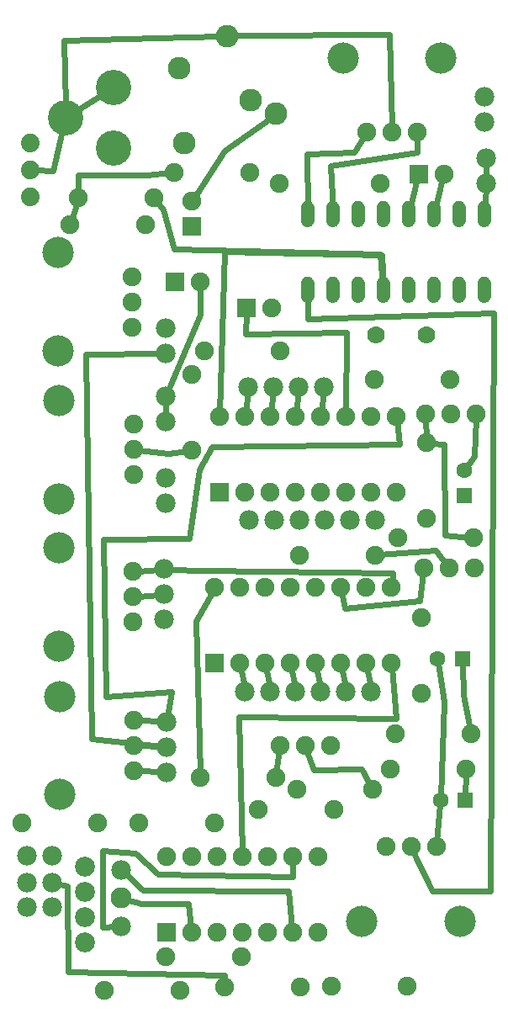
<source format=gtl>
G04 MADE WITH FRITZING*
G04 WWW.FRITZING.ORG*
G04 DOUBLE SIDED*
G04 HOLES PLATED*
G04 CONTOUR ON CENTER OF CONTOUR VECTOR*
%ASAXBY*%
%FSLAX23Y23*%
%MOIN*%
%OFA0B0*%
%SFA1.0B1.0*%
%ADD10C,0.075000*%
%ADD11C,0.062992*%
%ADD12C,0.074000*%
%ADD13C,0.140000*%
%ADD14C,0.090020*%
%ADD15C,0.052000*%
%ADD16C,0.078000*%
%ADD17C,0.079370*%
%ADD18C,0.083307*%
%ADD19C,0.074667*%
%ADD20C,0.074695*%
%ADD21C,0.124033*%
%ADD22C,0.070000*%
%ADD23R,0.075000X0.075000*%
%ADD24R,0.062992X0.062992*%
%ADD25C,0.024000*%
%ADD26R,0.001000X0.001000*%
%LNCOPPER1*%
G90*
G70*
G54D10*
X635Y287D03*
X735Y287D03*
X835Y287D03*
X935Y287D03*
X1035Y287D03*
X1135Y287D03*
X1235Y287D03*
X1235Y587D03*
X1135Y587D03*
X1035Y587D03*
X935Y587D03*
X835Y587D03*
X735Y587D03*
X635Y587D03*
X670Y2866D03*
X770Y2866D03*
X954Y2761D03*
X1054Y2761D03*
G54D11*
X1809Y1371D03*
X1711Y1371D03*
X1817Y2019D03*
X1817Y2117D03*
X1821Y810D03*
X1723Y810D03*
G54D12*
X98Y3415D03*
X98Y3308D03*
X98Y3201D03*
X98Y3415D03*
X98Y3308D03*
X98Y3201D03*
G54D10*
X1655Y1730D03*
X1755Y1730D03*
X1855Y1730D03*
X1863Y2341D03*
X1763Y2341D03*
X1663Y2341D03*
X1285Y1029D03*
X1185Y1029D03*
X1085Y1029D03*
G54D13*
X426Y3395D03*
X426Y3635D03*
X236Y3515D03*
G54D14*
X1070Y3530D03*
X971Y3585D03*
X705Y3416D03*
X685Y3711D03*
X877Y3839D03*
G54D10*
X1082Y3256D03*
X1482Y3256D03*
X667Y3299D03*
X967Y3299D03*
X1300Y774D03*
X1000Y774D03*
X738Y2497D03*
X738Y2197D03*
G54D15*
X1196Y2833D03*
X1296Y2833D03*
X1396Y2833D03*
X1496Y2833D03*
X1596Y2833D03*
X1696Y2833D03*
X1796Y2833D03*
X1896Y2833D03*
X1896Y3133D03*
X1796Y3133D03*
X1696Y3133D03*
X1596Y3133D03*
X1496Y3133D03*
X1396Y3133D03*
X1296Y3133D03*
X1196Y3133D03*
X1196Y2833D03*
X1296Y2833D03*
X1396Y2833D03*
X1496Y2833D03*
X1596Y2833D03*
X1696Y2833D03*
X1796Y2833D03*
X1896Y2833D03*
X1896Y3133D03*
X1796Y3133D03*
X1696Y3133D03*
X1596Y3133D03*
X1496Y3133D03*
X1396Y3133D03*
X1296Y3133D03*
X1196Y3133D03*
G54D16*
X627Y1727D03*
X627Y1627D03*
X627Y1527D03*
X961Y2448D03*
X1061Y2448D03*
X1161Y2448D03*
X1261Y2448D03*
G54D17*
X314Y549D03*
X314Y449D03*
X314Y349D03*
X314Y249D03*
G54D16*
X948Y1243D03*
X1048Y1243D03*
X1148Y1243D03*
X1248Y1243D03*
X1348Y1243D03*
X1448Y1243D03*
X962Y1920D03*
X1062Y1920D03*
X1162Y1920D03*
X1262Y1920D03*
X1362Y1920D03*
X1462Y1920D03*
X1895Y3499D03*
X1895Y3599D03*
X1903Y3254D03*
X1903Y3354D03*
X634Y1987D03*
X634Y2087D03*
X82Y387D03*
X182Y387D03*
X82Y486D03*
X182Y486D03*
X83Y590D03*
X183Y590D03*
X455Y313D03*
X458Y536D03*
G54D18*
X457Y424D03*
G54D16*
X634Y2580D03*
X634Y2680D03*
X636Y1123D03*
X636Y1023D03*
X636Y923D03*
G54D10*
X827Y1354D03*
X827Y1654D03*
X927Y1354D03*
X927Y1654D03*
X1027Y1354D03*
X1027Y1654D03*
X1127Y1354D03*
X1127Y1654D03*
X1227Y1354D03*
X1227Y1654D03*
X1327Y1354D03*
X1327Y1654D03*
X1427Y1354D03*
X1427Y1654D03*
X1527Y1354D03*
X1527Y1654D03*
X848Y2031D03*
X848Y2331D03*
X948Y2031D03*
X948Y2331D03*
X1048Y2031D03*
X1048Y2331D03*
X1148Y2031D03*
X1148Y2331D03*
X1248Y2031D03*
X1248Y2331D03*
X1348Y2031D03*
X1348Y2331D03*
X1448Y2031D03*
X1448Y2331D03*
X1548Y2031D03*
X1548Y2331D03*
G54D19*
X507Y929D03*
X507Y1029D03*
G54D20*
X507Y1129D03*
G54D21*
X212Y835D03*
X212Y1223D03*
G54D19*
X504Y1517D03*
X504Y1617D03*
G54D20*
X504Y1717D03*
G54D21*
X209Y1423D03*
X209Y1812D03*
G54D19*
X501Y2686D03*
X501Y2786D03*
G54D20*
X501Y2886D03*
G54D21*
X205Y2592D03*
X205Y2981D03*
G54D19*
X1705Y628D03*
X1605Y628D03*
G54D20*
X1505Y628D03*
G54D21*
X1800Y333D03*
X1411Y333D03*
G54D19*
X506Y2100D03*
X506Y2200D03*
G54D20*
X506Y2300D03*
G54D21*
X211Y2006D03*
X211Y2394D03*
G54D10*
X587Y3199D03*
X287Y3199D03*
X554Y3090D03*
X254Y3090D03*
X738Y3084D03*
X738Y3184D03*
X1085Y2592D03*
X785Y2592D03*
X1463Y1782D03*
X1163Y1782D03*
X1843Y1076D03*
X1543Y1076D03*
X1645Y1235D03*
X1645Y1535D03*
X1668Y1927D03*
X1668Y2227D03*
X1761Y2477D03*
X1461Y2477D03*
X1553Y1852D03*
X1853Y1852D03*
X1452Y855D03*
X1152Y855D03*
X1823Y934D03*
X1523Y934D03*
X769Y901D03*
X1069Y901D03*
X690Y59D03*
X390Y59D03*
X632Y190D03*
X932Y190D03*
X868Y72D03*
X1168Y72D03*
X1291Y74D03*
X1591Y74D03*
X62Y723D03*
X362Y723D03*
X827Y723D03*
X527Y723D03*
G54D22*
X1466Y2654D03*
X1666Y2654D03*
G54D19*
X1430Y3458D03*
X1530Y3458D03*
G54D20*
X1630Y3458D03*
G54D21*
X1335Y3753D03*
X1724Y3753D03*
G54D16*
X633Y2310D03*
X633Y2410D03*
G54D10*
X1635Y3292D03*
X1735Y3292D03*
G54D23*
X635Y287D03*
X670Y2866D03*
X954Y2761D03*
G54D24*
X1809Y1371D03*
X1817Y2019D03*
X1821Y810D03*
G54D23*
X827Y1354D03*
X848Y2031D03*
X738Y3084D03*
X1635Y3292D03*
G54D25*
X865Y3385D02*
X747Y3199D01*
D02*
X1046Y3513D02*
X865Y3385D01*
D02*
X1285Y3325D02*
X1631Y3379D01*
D02*
X1631Y3379D02*
X1630Y3437D01*
D02*
X1295Y3149D02*
X1285Y3325D01*
D02*
X907Y3840D02*
X1520Y3845D01*
D02*
X1520Y3845D02*
X1529Y3478D01*
D02*
X617Y924D02*
X527Y928D01*
D02*
X544Y456D02*
X472Y523D01*
D02*
X383Y307D02*
X436Y311D01*
D02*
X513Y603D02*
X383Y611D01*
D02*
X383Y611D02*
X383Y307D01*
D02*
X1135Y507D02*
X602Y518D01*
D02*
X602Y518D02*
X513Y603D01*
D02*
X1135Y570D02*
X1135Y507D01*
D02*
X1121Y450D02*
X544Y456D01*
D02*
X865Y118D02*
X246Y133D01*
D02*
X244Y470D02*
X200Y482D01*
D02*
X867Y89D02*
X865Y118D01*
D02*
X246Y133D02*
X244Y470D01*
D02*
X1134Y305D02*
X1121Y450D01*
D02*
X538Y403D02*
X478Y419D01*
D02*
X734Y305D02*
X724Y403D01*
D02*
X724Y403D02*
X538Y403D01*
D02*
X624Y3151D02*
X598Y3185D01*
D02*
X1491Y2970D02*
X1495Y2849D01*
D02*
X1198Y2718D02*
X1932Y2742D01*
D02*
X1932Y2742D02*
X1920Y451D01*
D02*
X1920Y451D02*
X1691Y451D01*
D02*
X1196Y2817D02*
X1198Y2718D01*
D02*
X1691Y451D02*
X1614Y609D01*
D02*
X667Y2994D02*
X624Y3151D01*
D02*
X1483Y2974D02*
X667Y2994D01*
D02*
X1494Y2849D02*
X1483Y2974D01*
D02*
X848Y2348D02*
X865Y2986D01*
D02*
X865Y2986D02*
X1491Y2970D01*
D02*
X924Y1142D02*
X1545Y1136D01*
D02*
X935Y605D02*
X924Y1142D01*
D02*
X1545Y1136D02*
X1529Y1337D01*
D02*
X341Y1056D02*
X617Y1025D01*
D02*
X615Y2580D02*
X316Y2578D01*
D02*
X316Y2578D02*
X341Y1056D01*
D02*
X1445Y1262D02*
X1430Y1337D01*
D02*
X1345Y1262D02*
X1330Y1337D01*
D02*
X1245Y1262D02*
X1230Y1337D01*
D02*
X1145Y1262D02*
X1130Y1337D01*
D02*
X1045Y1262D02*
X1030Y1337D01*
D02*
X945Y1262D02*
X930Y1337D01*
D02*
X1250Y2348D02*
X1259Y2430D01*
D02*
X1150Y2348D02*
X1159Y2430D01*
D02*
X1050Y2348D02*
X1059Y2430D01*
D02*
X950Y2348D02*
X959Y2430D01*
D02*
X1902Y3235D02*
X1896Y3149D01*
D02*
X950Y2659D02*
X954Y2743D01*
D02*
X1348Y2348D02*
X1350Y2666D01*
D02*
X1350Y2666D02*
X950Y2659D01*
D02*
X765Y2122D02*
X817Y2211D01*
D02*
X819Y1639D02*
X753Y1521D01*
D02*
X753Y1521D02*
X769Y918D01*
D02*
X657Y1240D02*
X398Y1222D01*
D02*
X398Y1222D02*
X387Y1844D01*
D02*
X387Y1844D02*
X728Y1848D01*
D02*
X728Y1848D02*
X765Y2122D01*
D02*
X1561Y2222D02*
X1550Y2314D01*
D02*
X639Y1141D02*
X657Y1240D01*
D02*
X817Y2211D02*
X1561Y2222D01*
D02*
X787Y1721D02*
X646Y1726D01*
D02*
X1529Y1672D02*
X1534Y1713D01*
D02*
X1534Y1713D02*
X787Y1721D01*
D02*
X1664Y2324D02*
X1667Y2245D01*
D02*
X1735Y2221D02*
X1685Y2225D01*
D02*
X1835Y1853D02*
X1740Y1863D01*
D02*
X1740Y1863D02*
X1735Y2221D01*
D02*
X1863Y2324D02*
X1857Y2175D01*
D02*
X1857Y2175D02*
X1826Y2130D01*
D02*
X1839Y1093D02*
X1812Y1227D01*
D02*
X1812Y1227D02*
X1810Y1355D01*
D02*
X1723Y826D02*
X1738Y1200D01*
D02*
X1738Y1200D02*
X1713Y1356D01*
D02*
X1745Y1744D02*
X1702Y1803D01*
D02*
X1702Y1803D02*
X1480Y1784D01*
D02*
X1641Y1600D02*
X1653Y1712D01*
D02*
X1331Y1637D02*
X1344Y1573D01*
D02*
X1344Y1573D02*
X1641Y1600D01*
D02*
X1707Y648D02*
X1721Y794D01*
D02*
X1821Y826D02*
X1823Y917D01*
D02*
X1409Y934D02*
X1219Y931D01*
D02*
X1219Y931D02*
X1191Y1012D01*
D02*
X1443Y870D02*
X1409Y934D01*
D02*
X1071Y918D02*
X1083Y1011D01*
D02*
X187Y3305D02*
X118Y3308D01*
D02*
X224Y3466D02*
X187Y3305D01*
D02*
X524Y1619D02*
X608Y1625D01*
D02*
X230Y3820D02*
X235Y3565D01*
D02*
X847Y3838D02*
X230Y3820D01*
D02*
X287Y3288D02*
X287Y3216D01*
D02*
X560Y3288D02*
X287Y3288D01*
D02*
X1380Y3378D02*
X1419Y3440D01*
D02*
X1194Y3370D02*
X1380Y3378D01*
D02*
X1195Y3149D02*
X1194Y3370D01*
D02*
X524Y1719D02*
X608Y1725D01*
D02*
X617Y1024D02*
X527Y1028D01*
D02*
X259Y3107D02*
X282Y3182D01*
D02*
X649Y3298D02*
X560Y3288D01*
D02*
X527Y1128D02*
X617Y1124D01*
D02*
X642Y2185D02*
X527Y2198D01*
D02*
X720Y2195D02*
X642Y2185D01*
D02*
X1903Y3335D02*
X1903Y3273D01*
D02*
X278Y3541D02*
X384Y3608D01*
D02*
X641Y2428D02*
X771Y2734D01*
D02*
X771Y2734D02*
X770Y2848D01*
D02*
X633Y2329D02*
X633Y2391D01*
D02*
X1631Y3275D02*
X1599Y3149D01*
D02*
X1731Y3275D02*
X1699Y3149D01*
G54D26*
X1191Y3185D02*
X1201Y3185D01*
X1291Y3185D02*
X1301Y3185D01*
X1391Y3185D02*
X1401Y3185D01*
X1491Y3185D02*
X1501Y3185D01*
X1591Y3185D02*
X1601Y3185D01*
X1691Y3185D02*
X1700Y3185D01*
X1791Y3185D02*
X1800Y3185D01*
X1891Y3185D02*
X1900Y3185D01*
X1187Y3184D02*
X1204Y3184D01*
X1287Y3184D02*
X1304Y3184D01*
X1387Y3184D02*
X1404Y3184D01*
X1487Y3184D02*
X1504Y3184D01*
X1587Y3184D02*
X1604Y3184D01*
X1687Y3184D02*
X1704Y3184D01*
X1787Y3184D02*
X1804Y3184D01*
X1887Y3184D02*
X1904Y3184D01*
X1185Y3183D02*
X1206Y3183D01*
X1285Y3183D02*
X1306Y3183D01*
X1385Y3183D02*
X1406Y3183D01*
X1485Y3183D02*
X1506Y3183D01*
X1585Y3183D02*
X1606Y3183D01*
X1685Y3183D02*
X1706Y3183D01*
X1785Y3183D02*
X1806Y3183D01*
X1885Y3183D02*
X1906Y3183D01*
X1183Y3182D02*
X1208Y3182D01*
X1283Y3182D02*
X1308Y3182D01*
X1383Y3182D02*
X1408Y3182D01*
X1483Y3182D02*
X1508Y3182D01*
X1583Y3182D02*
X1608Y3182D01*
X1683Y3182D02*
X1708Y3182D01*
X1783Y3182D02*
X1808Y3182D01*
X1883Y3182D02*
X1908Y3182D01*
X1182Y3181D02*
X1210Y3181D01*
X1281Y3181D02*
X1310Y3181D01*
X1381Y3181D02*
X1410Y3181D01*
X1481Y3181D02*
X1510Y3181D01*
X1581Y3181D02*
X1610Y3181D01*
X1681Y3181D02*
X1710Y3181D01*
X1781Y3181D02*
X1810Y3181D01*
X1881Y3181D02*
X1910Y3181D01*
X1180Y3180D02*
X1211Y3180D01*
X1280Y3180D02*
X1311Y3180D01*
X1380Y3180D02*
X1411Y3180D01*
X1480Y3180D02*
X1511Y3180D01*
X1580Y3180D02*
X1611Y3180D01*
X1680Y3180D02*
X1711Y3180D01*
X1780Y3180D02*
X1811Y3180D01*
X1880Y3180D02*
X1911Y3180D01*
X1179Y3179D02*
X1212Y3179D01*
X1279Y3179D02*
X1312Y3179D01*
X1379Y3179D02*
X1412Y3179D01*
X1479Y3179D02*
X1512Y3179D01*
X1579Y3179D02*
X1612Y3179D01*
X1679Y3179D02*
X1712Y3179D01*
X1779Y3179D02*
X1812Y3179D01*
X1879Y3179D02*
X1912Y3179D01*
X1178Y3178D02*
X1214Y3178D01*
X1278Y3178D02*
X1313Y3178D01*
X1378Y3178D02*
X1413Y3178D01*
X1478Y3178D02*
X1513Y3178D01*
X1578Y3178D02*
X1613Y3178D01*
X1678Y3178D02*
X1713Y3178D01*
X1778Y3178D02*
X1813Y3178D01*
X1878Y3178D02*
X1913Y3178D01*
X1177Y3177D02*
X1214Y3177D01*
X1277Y3177D02*
X1314Y3177D01*
X1377Y3177D02*
X1414Y3177D01*
X1477Y3177D02*
X1514Y3177D01*
X1577Y3177D02*
X1614Y3177D01*
X1677Y3177D02*
X1714Y3177D01*
X1777Y3177D02*
X1814Y3177D01*
X1877Y3177D02*
X1914Y3177D01*
X1176Y3176D02*
X1215Y3176D01*
X1276Y3176D02*
X1315Y3176D01*
X1376Y3176D02*
X1415Y3176D01*
X1476Y3176D02*
X1515Y3176D01*
X1576Y3176D02*
X1615Y3176D01*
X1676Y3176D02*
X1715Y3176D01*
X1776Y3176D02*
X1815Y3176D01*
X1876Y3176D02*
X1915Y3176D01*
X1175Y3175D02*
X1216Y3175D01*
X1275Y3175D02*
X1316Y3175D01*
X1375Y3175D02*
X1416Y3175D01*
X1475Y3175D02*
X1516Y3175D01*
X1575Y3175D02*
X1616Y3175D01*
X1675Y3175D02*
X1716Y3175D01*
X1775Y3175D02*
X1816Y3175D01*
X1875Y3175D02*
X1916Y3175D01*
X1175Y3174D02*
X1217Y3174D01*
X1275Y3174D02*
X1317Y3174D01*
X1375Y3174D02*
X1417Y3174D01*
X1475Y3174D02*
X1517Y3174D01*
X1575Y3174D02*
X1617Y3174D01*
X1674Y3174D02*
X1717Y3174D01*
X1774Y3174D02*
X1817Y3174D01*
X1874Y3174D02*
X1917Y3174D01*
X1174Y3173D02*
X1217Y3173D01*
X1274Y3173D02*
X1317Y3173D01*
X1374Y3173D02*
X1417Y3173D01*
X1474Y3173D02*
X1517Y3173D01*
X1574Y3173D02*
X1617Y3173D01*
X1674Y3173D02*
X1717Y3173D01*
X1774Y3173D02*
X1817Y3173D01*
X1874Y3173D02*
X1917Y3173D01*
X1173Y3172D02*
X1218Y3172D01*
X1273Y3172D02*
X1318Y3172D01*
X1373Y3172D02*
X1418Y3172D01*
X1473Y3172D02*
X1518Y3172D01*
X1573Y3172D02*
X1618Y3172D01*
X1673Y3172D02*
X1718Y3172D01*
X1773Y3172D02*
X1818Y3172D01*
X1873Y3172D02*
X1918Y3172D01*
X1173Y3171D02*
X1218Y3171D01*
X1273Y3171D02*
X1318Y3171D01*
X1373Y3171D02*
X1418Y3171D01*
X1473Y3171D02*
X1518Y3171D01*
X1573Y3171D02*
X1618Y3171D01*
X1673Y3171D02*
X1718Y3171D01*
X1773Y3171D02*
X1818Y3171D01*
X1873Y3171D02*
X1918Y3171D01*
X1172Y3170D02*
X1219Y3170D01*
X1272Y3170D02*
X1319Y3170D01*
X1372Y3170D02*
X1419Y3170D01*
X1472Y3170D02*
X1519Y3170D01*
X1572Y3170D02*
X1619Y3170D01*
X1672Y3170D02*
X1719Y3170D01*
X1772Y3170D02*
X1819Y3170D01*
X1872Y3170D02*
X1919Y3170D01*
X1172Y3169D02*
X1219Y3169D01*
X1272Y3169D02*
X1319Y3169D01*
X1372Y3169D02*
X1419Y3169D01*
X1472Y3169D02*
X1519Y3169D01*
X1572Y3169D02*
X1619Y3169D01*
X1672Y3169D02*
X1719Y3169D01*
X1772Y3169D02*
X1819Y3169D01*
X1872Y3169D02*
X1919Y3169D01*
X1172Y3168D02*
X1220Y3168D01*
X1272Y3168D02*
X1320Y3168D01*
X1372Y3168D02*
X1420Y3168D01*
X1472Y3168D02*
X1520Y3168D01*
X1572Y3168D02*
X1620Y3168D01*
X1671Y3168D02*
X1720Y3168D01*
X1771Y3168D02*
X1820Y3168D01*
X1871Y3168D02*
X1920Y3168D01*
X1171Y3167D02*
X1220Y3167D01*
X1271Y3167D02*
X1320Y3167D01*
X1371Y3167D02*
X1420Y3167D01*
X1471Y3167D02*
X1520Y3167D01*
X1571Y3167D02*
X1620Y3167D01*
X1671Y3167D02*
X1720Y3167D01*
X1771Y3167D02*
X1820Y3167D01*
X1871Y3167D02*
X1920Y3167D01*
X1171Y3166D02*
X1220Y3166D01*
X1271Y3166D02*
X1320Y3166D01*
X1371Y3166D02*
X1420Y3166D01*
X1471Y3166D02*
X1520Y3166D01*
X1571Y3166D02*
X1620Y3166D01*
X1671Y3166D02*
X1720Y3166D01*
X1771Y3166D02*
X1820Y3166D01*
X1871Y3166D02*
X1920Y3166D01*
X1171Y3165D02*
X1221Y3165D01*
X1271Y3165D02*
X1321Y3165D01*
X1371Y3165D02*
X1421Y3165D01*
X1471Y3165D02*
X1521Y3165D01*
X1571Y3165D02*
X1621Y3165D01*
X1671Y3165D02*
X1720Y3165D01*
X1771Y3165D02*
X1820Y3165D01*
X1871Y3165D02*
X1920Y3165D01*
X1171Y3164D02*
X1221Y3164D01*
X1271Y3164D02*
X1321Y3164D01*
X1371Y3164D02*
X1421Y3164D01*
X1471Y3164D02*
X1521Y3164D01*
X1570Y3164D02*
X1621Y3164D01*
X1670Y3164D02*
X1721Y3164D01*
X1770Y3164D02*
X1821Y3164D01*
X1870Y3164D02*
X1921Y3164D01*
X1170Y3163D02*
X1221Y3163D01*
X1270Y3163D02*
X1321Y3163D01*
X1370Y3163D02*
X1421Y3163D01*
X1470Y3163D02*
X1521Y3163D01*
X1570Y3163D02*
X1621Y3163D01*
X1670Y3163D02*
X1721Y3163D01*
X1770Y3163D02*
X1821Y3163D01*
X1870Y3163D02*
X1921Y3163D01*
X1170Y3162D02*
X1221Y3162D01*
X1270Y3162D02*
X1321Y3162D01*
X1370Y3162D02*
X1421Y3162D01*
X1470Y3162D02*
X1521Y3162D01*
X1570Y3162D02*
X1621Y3162D01*
X1670Y3162D02*
X1721Y3162D01*
X1770Y3162D02*
X1821Y3162D01*
X1870Y3162D02*
X1921Y3162D01*
X1170Y3161D02*
X1221Y3161D01*
X1270Y3161D02*
X1321Y3161D01*
X1370Y3161D02*
X1421Y3161D01*
X1470Y3161D02*
X1521Y3161D01*
X1570Y3161D02*
X1621Y3161D01*
X1670Y3161D02*
X1721Y3161D01*
X1770Y3161D02*
X1821Y3161D01*
X1870Y3161D02*
X1921Y3161D01*
X1170Y3160D02*
X1221Y3160D01*
X1270Y3160D02*
X1321Y3160D01*
X1370Y3160D02*
X1421Y3160D01*
X1470Y3160D02*
X1521Y3160D01*
X1570Y3160D02*
X1621Y3160D01*
X1670Y3160D02*
X1721Y3160D01*
X1770Y3160D02*
X1821Y3160D01*
X1870Y3160D02*
X1921Y3160D01*
X1170Y3159D02*
X1221Y3159D01*
X1270Y3159D02*
X1321Y3159D01*
X1370Y3159D02*
X1421Y3159D01*
X1470Y3159D02*
X1521Y3159D01*
X1570Y3159D02*
X1621Y3159D01*
X1670Y3159D02*
X1721Y3159D01*
X1770Y3159D02*
X1821Y3159D01*
X1870Y3159D02*
X1921Y3159D01*
X1170Y3158D02*
X1221Y3158D01*
X1270Y3158D02*
X1321Y3158D01*
X1370Y3158D02*
X1421Y3158D01*
X1470Y3158D02*
X1521Y3158D01*
X1570Y3158D02*
X1621Y3158D01*
X1670Y3158D02*
X1721Y3158D01*
X1770Y3158D02*
X1821Y3158D01*
X1870Y3158D02*
X1921Y3158D01*
X1170Y3157D02*
X1221Y3157D01*
X1270Y3157D02*
X1321Y3157D01*
X1370Y3157D02*
X1421Y3157D01*
X1470Y3157D02*
X1521Y3157D01*
X1570Y3157D02*
X1621Y3157D01*
X1670Y3157D02*
X1721Y3157D01*
X1770Y3157D02*
X1821Y3157D01*
X1870Y3157D02*
X1921Y3157D01*
X1170Y3156D02*
X1221Y3156D01*
X1270Y3156D02*
X1321Y3156D01*
X1370Y3156D02*
X1421Y3156D01*
X1470Y3156D02*
X1521Y3156D01*
X1570Y3156D02*
X1621Y3156D01*
X1670Y3156D02*
X1721Y3156D01*
X1770Y3156D02*
X1821Y3156D01*
X1870Y3156D02*
X1921Y3156D01*
X1170Y3155D02*
X1221Y3155D01*
X1270Y3155D02*
X1321Y3155D01*
X1370Y3155D02*
X1421Y3155D01*
X1470Y3155D02*
X1521Y3155D01*
X1570Y3155D02*
X1621Y3155D01*
X1670Y3155D02*
X1721Y3155D01*
X1770Y3155D02*
X1821Y3155D01*
X1870Y3155D02*
X1921Y3155D01*
X1170Y3154D02*
X1221Y3154D01*
X1270Y3154D02*
X1321Y3154D01*
X1370Y3154D02*
X1421Y3154D01*
X1470Y3154D02*
X1521Y3154D01*
X1570Y3154D02*
X1621Y3154D01*
X1670Y3154D02*
X1721Y3154D01*
X1770Y3154D02*
X1821Y3154D01*
X1870Y3154D02*
X1921Y3154D01*
X1170Y3153D02*
X1221Y3153D01*
X1270Y3153D02*
X1321Y3153D01*
X1370Y3153D02*
X1421Y3153D01*
X1470Y3153D02*
X1521Y3153D01*
X1570Y3153D02*
X1621Y3153D01*
X1670Y3153D02*
X1721Y3153D01*
X1770Y3153D02*
X1821Y3153D01*
X1870Y3153D02*
X1921Y3153D01*
X1170Y3152D02*
X1221Y3152D01*
X1270Y3152D02*
X1321Y3152D01*
X1370Y3152D02*
X1421Y3152D01*
X1470Y3152D02*
X1521Y3152D01*
X1570Y3152D02*
X1621Y3152D01*
X1670Y3152D02*
X1721Y3152D01*
X1770Y3152D02*
X1821Y3152D01*
X1870Y3152D02*
X1921Y3152D01*
X1170Y3151D02*
X1221Y3151D01*
X1270Y3151D02*
X1321Y3151D01*
X1370Y3151D02*
X1421Y3151D01*
X1470Y3151D02*
X1521Y3151D01*
X1570Y3151D02*
X1621Y3151D01*
X1670Y3151D02*
X1721Y3151D01*
X1770Y3151D02*
X1821Y3151D01*
X1870Y3151D02*
X1921Y3151D01*
X1170Y3150D02*
X1221Y3150D01*
X1270Y3150D02*
X1321Y3150D01*
X1370Y3150D02*
X1421Y3150D01*
X1470Y3150D02*
X1521Y3150D01*
X1570Y3150D02*
X1621Y3150D01*
X1670Y3150D02*
X1721Y3150D01*
X1770Y3150D02*
X1821Y3150D01*
X1870Y3150D02*
X1921Y3150D01*
X1170Y3149D02*
X1191Y3149D01*
X1200Y3149D02*
X1221Y3149D01*
X1270Y3149D02*
X1291Y3149D01*
X1300Y3149D02*
X1321Y3149D01*
X1370Y3149D02*
X1391Y3149D01*
X1400Y3149D02*
X1421Y3149D01*
X1470Y3149D02*
X1491Y3149D01*
X1500Y3149D02*
X1521Y3149D01*
X1570Y3149D02*
X1591Y3149D01*
X1600Y3149D02*
X1621Y3149D01*
X1670Y3149D02*
X1691Y3149D01*
X1700Y3149D02*
X1721Y3149D01*
X1770Y3149D02*
X1791Y3149D01*
X1800Y3149D02*
X1821Y3149D01*
X1870Y3149D02*
X1891Y3149D01*
X1900Y3149D02*
X1921Y3149D01*
X1170Y3148D02*
X1188Y3148D01*
X1203Y3148D02*
X1221Y3148D01*
X1270Y3148D02*
X1288Y3148D01*
X1303Y3148D02*
X1321Y3148D01*
X1370Y3148D02*
X1388Y3148D01*
X1403Y3148D02*
X1421Y3148D01*
X1470Y3148D02*
X1488Y3148D01*
X1503Y3148D02*
X1521Y3148D01*
X1570Y3148D02*
X1588Y3148D01*
X1603Y3148D02*
X1621Y3148D01*
X1670Y3148D02*
X1688Y3148D01*
X1703Y3148D02*
X1721Y3148D01*
X1770Y3148D02*
X1788Y3148D01*
X1803Y3148D02*
X1821Y3148D01*
X1870Y3148D02*
X1888Y3148D01*
X1903Y3148D02*
X1921Y3148D01*
X1170Y3147D02*
X1187Y3147D01*
X1205Y3147D02*
X1221Y3147D01*
X1270Y3147D02*
X1287Y3147D01*
X1305Y3147D02*
X1321Y3147D01*
X1370Y3147D02*
X1387Y3147D01*
X1405Y3147D02*
X1421Y3147D01*
X1470Y3147D02*
X1486Y3147D01*
X1505Y3147D02*
X1521Y3147D01*
X1570Y3147D02*
X1586Y3147D01*
X1605Y3147D02*
X1621Y3147D01*
X1670Y3147D02*
X1686Y3147D01*
X1705Y3147D02*
X1721Y3147D01*
X1770Y3147D02*
X1786Y3147D01*
X1805Y3147D02*
X1821Y3147D01*
X1870Y3147D02*
X1886Y3147D01*
X1905Y3147D02*
X1921Y3147D01*
X1170Y3146D02*
X1185Y3146D01*
X1206Y3146D02*
X1221Y3146D01*
X1270Y3146D02*
X1285Y3146D01*
X1306Y3146D02*
X1321Y3146D01*
X1370Y3146D02*
X1385Y3146D01*
X1406Y3146D02*
X1421Y3146D01*
X1470Y3146D02*
X1485Y3146D01*
X1506Y3146D02*
X1521Y3146D01*
X1570Y3146D02*
X1585Y3146D01*
X1606Y3146D02*
X1621Y3146D01*
X1670Y3146D02*
X1685Y3146D01*
X1706Y3146D02*
X1721Y3146D01*
X1770Y3146D02*
X1785Y3146D01*
X1806Y3146D02*
X1821Y3146D01*
X1870Y3146D02*
X1885Y3146D01*
X1906Y3146D02*
X1921Y3146D01*
X1170Y3145D02*
X1184Y3145D01*
X1207Y3145D02*
X1221Y3145D01*
X1270Y3145D02*
X1284Y3145D01*
X1307Y3145D02*
X1321Y3145D01*
X1370Y3145D02*
X1384Y3145D01*
X1407Y3145D02*
X1421Y3145D01*
X1470Y3145D02*
X1484Y3145D01*
X1507Y3145D02*
X1521Y3145D01*
X1570Y3145D02*
X1584Y3145D01*
X1607Y3145D02*
X1621Y3145D01*
X1670Y3145D02*
X1684Y3145D01*
X1707Y3145D02*
X1721Y3145D01*
X1770Y3145D02*
X1784Y3145D01*
X1807Y3145D02*
X1821Y3145D01*
X1870Y3145D02*
X1884Y3145D01*
X1907Y3145D02*
X1921Y3145D01*
X1170Y3144D02*
X1183Y3144D01*
X1208Y3144D02*
X1221Y3144D01*
X1270Y3144D02*
X1283Y3144D01*
X1308Y3144D02*
X1321Y3144D01*
X1370Y3144D02*
X1383Y3144D01*
X1408Y3144D02*
X1421Y3144D01*
X1470Y3144D02*
X1483Y3144D01*
X1508Y3144D02*
X1521Y3144D01*
X1570Y3144D02*
X1583Y3144D01*
X1608Y3144D02*
X1621Y3144D01*
X1670Y3144D02*
X1683Y3144D01*
X1708Y3144D02*
X1721Y3144D01*
X1770Y3144D02*
X1783Y3144D01*
X1808Y3144D02*
X1821Y3144D01*
X1870Y3144D02*
X1883Y3144D01*
X1908Y3144D02*
X1921Y3144D01*
X1170Y3143D02*
X1182Y3143D01*
X1209Y3143D02*
X1221Y3143D01*
X1270Y3143D02*
X1282Y3143D01*
X1309Y3143D02*
X1321Y3143D01*
X1370Y3143D02*
X1382Y3143D01*
X1409Y3143D02*
X1421Y3143D01*
X1470Y3143D02*
X1482Y3143D01*
X1509Y3143D02*
X1521Y3143D01*
X1570Y3143D02*
X1582Y3143D01*
X1609Y3143D02*
X1621Y3143D01*
X1670Y3143D02*
X1682Y3143D01*
X1709Y3143D02*
X1721Y3143D01*
X1770Y3143D02*
X1782Y3143D01*
X1809Y3143D02*
X1821Y3143D01*
X1870Y3143D02*
X1882Y3143D01*
X1909Y3143D02*
X1921Y3143D01*
X1170Y3142D02*
X1182Y3142D01*
X1210Y3142D02*
X1221Y3142D01*
X1270Y3142D02*
X1282Y3142D01*
X1310Y3142D02*
X1321Y3142D01*
X1370Y3142D02*
X1382Y3142D01*
X1410Y3142D02*
X1421Y3142D01*
X1470Y3142D02*
X1482Y3142D01*
X1510Y3142D02*
X1521Y3142D01*
X1570Y3142D02*
X1582Y3142D01*
X1610Y3142D02*
X1621Y3142D01*
X1670Y3142D02*
X1682Y3142D01*
X1710Y3142D02*
X1721Y3142D01*
X1770Y3142D02*
X1781Y3142D01*
X1810Y3142D02*
X1821Y3142D01*
X1870Y3142D02*
X1881Y3142D01*
X1910Y3142D02*
X1921Y3142D01*
X1170Y3141D02*
X1181Y3141D01*
X1210Y3141D02*
X1221Y3141D01*
X1270Y3141D02*
X1281Y3141D01*
X1310Y3141D02*
X1321Y3141D01*
X1370Y3141D02*
X1381Y3141D01*
X1410Y3141D02*
X1421Y3141D01*
X1470Y3141D02*
X1481Y3141D01*
X1510Y3141D02*
X1521Y3141D01*
X1570Y3141D02*
X1581Y3141D01*
X1610Y3141D02*
X1621Y3141D01*
X1670Y3141D02*
X1681Y3141D01*
X1710Y3141D02*
X1721Y3141D01*
X1770Y3141D02*
X1781Y3141D01*
X1810Y3141D02*
X1821Y3141D01*
X1870Y3141D02*
X1881Y3141D01*
X1910Y3141D02*
X1921Y3141D01*
X1170Y3140D02*
X1181Y3140D01*
X1211Y3140D02*
X1221Y3140D01*
X1270Y3140D02*
X1281Y3140D01*
X1311Y3140D02*
X1321Y3140D01*
X1370Y3140D02*
X1381Y3140D01*
X1411Y3140D02*
X1421Y3140D01*
X1470Y3140D02*
X1480Y3140D01*
X1511Y3140D02*
X1521Y3140D01*
X1570Y3140D02*
X1580Y3140D01*
X1611Y3140D02*
X1621Y3140D01*
X1670Y3140D02*
X1680Y3140D01*
X1711Y3140D02*
X1721Y3140D01*
X1770Y3140D02*
X1780Y3140D01*
X1811Y3140D02*
X1821Y3140D01*
X1870Y3140D02*
X1880Y3140D01*
X1911Y3140D02*
X1921Y3140D01*
X1170Y3139D02*
X1180Y3139D01*
X1211Y3139D02*
X1221Y3139D01*
X1270Y3139D02*
X1280Y3139D01*
X1311Y3139D02*
X1321Y3139D01*
X1370Y3139D02*
X1380Y3139D01*
X1411Y3139D02*
X1421Y3139D01*
X1470Y3139D02*
X1480Y3139D01*
X1511Y3139D02*
X1521Y3139D01*
X1570Y3139D02*
X1580Y3139D01*
X1611Y3139D02*
X1621Y3139D01*
X1670Y3139D02*
X1680Y3139D01*
X1711Y3139D02*
X1721Y3139D01*
X1770Y3139D02*
X1780Y3139D01*
X1811Y3139D02*
X1821Y3139D01*
X1870Y3139D02*
X1880Y3139D01*
X1911Y3139D02*
X1921Y3139D01*
X1170Y3138D02*
X1180Y3138D01*
X1211Y3138D02*
X1221Y3138D01*
X1270Y3138D02*
X1280Y3138D01*
X1311Y3138D02*
X1321Y3138D01*
X1370Y3138D02*
X1380Y3138D01*
X1411Y3138D02*
X1421Y3138D01*
X1470Y3138D02*
X1480Y3138D01*
X1511Y3138D02*
X1521Y3138D01*
X1570Y3138D02*
X1580Y3138D01*
X1611Y3138D02*
X1621Y3138D01*
X1670Y3138D02*
X1680Y3138D01*
X1711Y3138D02*
X1721Y3138D01*
X1770Y3138D02*
X1780Y3138D01*
X1811Y3138D02*
X1821Y3138D01*
X1870Y3138D02*
X1880Y3138D01*
X1911Y3138D02*
X1921Y3138D01*
X1170Y3137D02*
X1180Y3137D01*
X1212Y3137D02*
X1221Y3137D01*
X1270Y3137D02*
X1280Y3137D01*
X1312Y3137D02*
X1321Y3137D01*
X1370Y3137D02*
X1380Y3137D01*
X1412Y3137D02*
X1421Y3137D01*
X1470Y3137D02*
X1480Y3137D01*
X1512Y3137D02*
X1521Y3137D01*
X1570Y3137D02*
X1579Y3137D01*
X1612Y3137D02*
X1621Y3137D01*
X1670Y3137D02*
X1679Y3137D01*
X1712Y3137D02*
X1721Y3137D01*
X1770Y3137D02*
X1779Y3137D01*
X1812Y3137D02*
X1821Y3137D01*
X1870Y3137D02*
X1879Y3137D01*
X1912Y3137D02*
X1921Y3137D01*
X1170Y3136D02*
X1179Y3136D01*
X1212Y3136D02*
X1221Y3136D01*
X1270Y3136D02*
X1279Y3136D01*
X1312Y3136D02*
X1321Y3136D01*
X1370Y3136D02*
X1379Y3136D01*
X1412Y3136D02*
X1421Y3136D01*
X1470Y3136D02*
X1479Y3136D01*
X1512Y3136D02*
X1521Y3136D01*
X1570Y3136D02*
X1579Y3136D01*
X1612Y3136D02*
X1621Y3136D01*
X1670Y3136D02*
X1679Y3136D01*
X1712Y3136D02*
X1721Y3136D01*
X1770Y3136D02*
X1779Y3136D01*
X1812Y3136D02*
X1821Y3136D01*
X1870Y3136D02*
X1879Y3136D01*
X1912Y3136D02*
X1921Y3136D01*
X1170Y3135D02*
X1179Y3135D01*
X1212Y3135D02*
X1221Y3135D01*
X1270Y3135D02*
X1279Y3135D01*
X1312Y3135D02*
X1321Y3135D01*
X1370Y3135D02*
X1379Y3135D01*
X1412Y3135D02*
X1421Y3135D01*
X1470Y3135D02*
X1479Y3135D01*
X1512Y3135D02*
X1521Y3135D01*
X1570Y3135D02*
X1579Y3135D01*
X1612Y3135D02*
X1621Y3135D01*
X1670Y3135D02*
X1679Y3135D01*
X1712Y3135D02*
X1721Y3135D01*
X1770Y3135D02*
X1779Y3135D01*
X1812Y3135D02*
X1821Y3135D01*
X1870Y3135D02*
X1879Y3135D01*
X1912Y3135D02*
X1921Y3135D01*
X1170Y3134D02*
X1179Y3134D01*
X1212Y3134D02*
X1221Y3134D01*
X1270Y3134D02*
X1279Y3134D01*
X1312Y3134D02*
X1321Y3134D01*
X1370Y3134D02*
X1379Y3134D01*
X1412Y3134D02*
X1421Y3134D01*
X1470Y3134D02*
X1479Y3134D01*
X1512Y3134D02*
X1521Y3134D01*
X1570Y3134D02*
X1579Y3134D01*
X1612Y3134D02*
X1621Y3134D01*
X1670Y3134D02*
X1679Y3134D01*
X1712Y3134D02*
X1721Y3134D01*
X1770Y3134D02*
X1779Y3134D01*
X1812Y3134D02*
X1821Y3134D01*
X1870Y3134D02*
X1879Y3134D01*
X1912Y3134D02*
X1921Y3134D01*
X1170Y3133D02*
X1179Y3133D01*
X1212Y3133D02*
X1221Y3133D01*
X1270Y3133D02*
X1279Y3133D01*
X1312Y3133D02*
X1321Y3133D01*
X1370Y3133D02*
X1379Y3133D01*
X1412Y3133D02*
X1421Y3133D01*
X1470Y3133D02*
X1479Y3133D01*
X1512Y3133D02*
X1521Y3133D01*
X1570Y3133D02*
X1579Y3133D01*
X1612Y3133D02*
X1621Y3133D01*
X1670Y3133D02*
X1679Y3133D01*
X1712Y3133D02*
X1721Y3133D01*
X1770Y3133D02*
X1779Y3133D01*
X1812Y3133D02*
X1821Y3133D01*
X1870Y3133D02*
X1879Y3133D01*
X1912Y3133D02*
X1921Y3133D01*
X1170Y3132D02*
X1179Y3132D01*
X1212Y3132D02*
X1221Y3132D01*
X1270Y3132D02*
X1279Y3132D01*
X1312Y3132D02*
X1321Y3132D01*
X1370Y3132D02*
X1379Y3132D01*
X1412Y3132D02*
X1421Y3132D01*
X1470Y3132D02*
X1479Y3132D01*
X1512Y3132D02*
X1521Y3132D01*
X1570Y3132D02*
X1579Y3132D01*
X1612Y3132D02*
X1621Y3132D01*
X1670Y3132D02*
X1679Y3132D01*
X1712Y3132D02*
X1721Y3132D01*
X1770Y3132D02*
X1779Y3132D01*
X1812Y3132D02*
X1821Y3132D01*
X1870Y3132D02*
X1879Y3132D01*
X1912Y3132D02*
X1921Y3132D01*
X1170Y3131D02*
X1179Y3131D01*
X1212Y3131D02*
X1221Y3131D01*
X1270Y3131D02*
X1279Y3131D01*
X1312Y3131D02*
X1321Y3131D01*
X1370Y3131D02*
X1379Y3131D01*
X1412Y3131D02*
X1421Y3131D01*
X1470Y3131D02*
X1479Y3131D01*
X1512Y3131D02*
X1521Y3131D01*
X1570Y3131D02*
X1579Y3131D01*
X1612Y3131D02*
X1621Y3131D01*
X1670Y3131D02*
X1679Y3131D01*
X1712Y3131D02*
X1721Y3131D01*
X1770Y3131D02*
X1779Y3131D01*
X1812Y3131D02*
X1821Y3131D01*
X1870Y3131D02*
X1879Y3131D01*
X1912Y3131D02*
X1921Y3131D01*
X1170Y3130D02*
X1180Y3130D01*
X1212Y3130D02*
X1221Y3130D01*
X1270Y3130D02*
X1280Y3130D01*
X1312Y3130D02*
X1321Y3130D01*
X1370Y3130D02*
X1380Y3130D01*
X1412Y3130D02*
X1421Y3130D01*
X1470Y3130D02*
X1480Y3130D01*
X1512Y3130D02*
X1521Y3130D01*
X1570Y3130D02*
X1580Y3130D01*
X1612Y3130D02*
X1621Y3130D01*
X1670Y3130D02*
X1680Y3130D01*
X1712Y3130D02*
X1721Y3130D01*
X1770Y3130D02*
X1779Y3130D01*
X1812Y3130D02*
X1821Y3130D01*
X1870Y3130D02*
X1879Y3130D01*
X1912Y3130D02*
X1921Y3130D01*
X1170Y3129D02*
X1180Y3129D01*
X1211Y3129D02*
X1221Y3129D01*
X1270Y3129D02*
X1280Y3129D01*
X1311Y3129D02*
X1321Y3129D01*
X1370Y3129D02*
X1380Y3129D01*
X1411Y3129D02*
X1421Y3129D01*
X1470Y3129D02*
X1480Y3129D01*
X1511Y3129D02*
X1521Y3129D01*
X1570Y3129D02*
X1580Y3129D01*
X1611Y3129D02*
X1621Y3129D01*
X1670Y3129D02*
X1680Y3129D01*
X1711Y3129D02*
X1721Y3129D01*
X1770Y3129D02*
X1780Y3129D01*
X1811Y3129D02*
X1821Y3129D01*
X1870Y3129D02*
X1880Y3129D01*
X1911Y3129D02*
X1921Y3129D01*
X1170Y3128D02*
X1180Y3128D01*
X1211Y3128D02*
X1221Y3128D01*
X1270Y3128D02*
X1280Y3128D01*
X1311Y3128D02*
X1321Y3128D01*
X1370Y3128D02*
X1380Y3128D01*
X1411Y3128D02*
X1421Y3128D01*
X1470Y3128D02*
X1480Y3128D01*
X1511Y3128D02*
X1521Y3128D01*
X1570Y3128D02*
X1580Y3128D01*
X1611Y3128D02*
X1621Y3128D01*
X1670Y3128D02*
X1680Y3128D01*
X1711Y3128D02*
X1721Y3128D01*
X1770Y3128D02*
X1780Y3128D01*
X1811Y3128D02*
X1821Y3128D01*
X1870Y3128D02*
X1880Y3128D01*
X1911Y3128D02*
X1921Y3128D01*
X1170Y3127D02*
X1181Y3127D01*
X1211Y3127D02*
X1221Y3127D01*
X1270Y3127D02*
X1281Y3127D01*
X1311Y3127D02*
X1321Y3127D01*
X1370Y3127D02*
X1381Y3127D01*
X1411Y3127D02*
X1421Y3127D01*
X1470Y3127D02*
X1481Y3127D01*
X1511Y3127D02*
X1521Y3127D01*
X1570Y3127D02*
X1581Y3127D01*
X1611Y3127D02*
X1621Y3127D01*
X1670Y3127D02*
X1681Y3127D01*
X1711Y3127D02*
X1721Y3127D01*
X1770Y3127D02*
X1781Y3127D01*
X1811Y3127D02*
X1821Y3127D01*
X1870Y3127D02*
X1880Y3127D01*
X1911Y3127D02*
X1921Y3127D01*
X1170Y3126D02*
X1181Y3126D01*
X1210Y3126D02*
X1221Y3126D01*
X1270Y3126D02*
X1281Y3126D01*
X1310Y3126D02*
X1321Y3126D01*
X1370Y3126D02*
X1381Y3126D01*
X1410Y3126D02*
X1421Y3126D01*
X1470Y3126D02*
X1481Y3126D01*
X1510Y3126D02*
X1521Y3126D01*
X1570Y3126D02*
X1581Y3126D01*
X1610Y3126D02*
X1621Y3126D01*
X1670Y3126D02*
X1681Y3126D01*
X1710Y3126D02*
X1721Y3126D01*
X1770Y3126D02*
X1781Y3126D01*
X1810Y3126D02*
X1821Y3126D01*
X1870Y3126D02*
X1881Y3126D01*
X1910Y3126D02*
X1921Y3126D01*
X1170Y3125D02*
X1182Y3125D01*
X1210Y3125D02*
X1221Y3125D01*
X1270Y3125D02*
X1282Y3125D01*
X1310Y3125D02*
X1321Y3125D01*
X1370Y3125D02*
X1382Y3125D01*
X1410Y3125D02*
X1421Y3125D01*
X1470Y3125D02*
X1482Y3125D01*
X1510Y3125D02*
X1521Y3125D01*
X1570Y3125D02*
X1582Y3125D01*
X1610Y3125D02*
X1621Y3125D01*
X1670Y3125D02*
X1682Y3125D01*
X1710Y3125D02*
X1721Y3125D01*
X1770Y3125D02*
X1782Y3125D01*
X1810Y3125D02*
X1821Y3125D01*
X1870Y3125D02*
X1882Y3125D01*
X1909Y3125D02*
X1921Y3125D01*
X1170Y3124D02*
X1182Y3124D01*
X1209Y3124D02*
X1221Y3124D01*
X1270Y3124D02*
X1282Y3124D01*
X1309Y3124D02*
X1321Y3124D01*
X1370Y3124D02*
X1382Y3124D01*
X1409Y3124D02*
X1421Y3124D01*
X1470Y3124D02*
X1482Y3124D01*
X1509Y3124D02*
X1521Y3124D01*
X1570Y3124D02*
X1582Y3124D01*
X1609Y3124D02*
X1621Y3124D01*
X1670Y3124D02*
X1682Y3124D01*
X1709Y3124D02*
X1721Y3124D01*
X1770Y3124D02*
X1782Y3124D01*
X1809Y3124D02*
X1821Y3124D01*
X1870Y3124D02*
X1882Y3124D01*
X1909Y3124D02*
X1921Y3124D01*
X1170Y3123D02*
X1183Y3123D01*
X1208Y3123D02*
X1221Y3123D01*
X1270Y3123D02*
X1283Y3123D01*
X1308Y3123D02*
X1321Y3123D01*
X1370Y3123D02*
X1383Y3123D01*
X1408Y3123D02*
X1421Y3123D01*
X1470Y3123D02*
X1483Y3123D01*
X1508Y3123D02*
X1521Y3123D01*
X1570Y3123D02*
X1583Y3123D01*
X1608Y3123D02*
X1621Y3123D01*
X1670Y3123D02*
X1683Y3123D01*
X1708Y3123D02*
X1721Y3123D01*
X1770Y3123D02*
X1783Y3123D01*
X1808Y3123D02*
X1821Y3123D01*
X1870Y3123D02*
X1883Y3123D01*
X1908Y3123D02*
X1921Y3123D01*
X1170Y3122D02*
X1184Y3122D01*
X1207Y3122D02*
X1221Y3122D01*
X1270Y3122D02*
X1284Y3122D01*
X1307Y3122D02*
X1321Y3122D01*
X1370Y3122D02*
X1384Y3122D01*
X1407Y3122D02*
X1421Y3122D01*
X1470Y3122D02*
X1484Y3122D01*
X1507Y3122D02*
X1521Y3122D01*
X1570Y3122D02*
X1584Y3122D01*
X1607Y3122D02*
X1621Y3122D01*
X1670Y3122D02*
X1684Y3122D01*
X1707Y3122D02*
X1721Y3122D01*
X1770Y3122D02*
X1784Y3122D01*
X1807Y3122D02*
X1821Y3122D01*
X1870Y3122D02*
X1884Y3122D01*
X1907Y3122D02*
X1921Y3122D01*
X1170Y3121D02*
X1185Y3121D01*
X1206Y3121D02*
X1221Y3121D01*
X1270Y3121D02*
X1285Y3121D01*
X1306Y3121D02*
X1321Y3121D01*
X1370Y3121D02*
X1385Y3121D01*
X1406Y3121D02*
X1421Y3121D01*
X1470Y3121D02*
X1485Y3121D01*
X1506Y3121D02*
X1521Y3121D01*
X1570Y3121D02*
X1585Y3121D01*
X1606Y3121D02*
X1621Y3121D01*
X1670Y3121D02*
X1685Y3121D01*
X1706Y3121D02*
X1721Y3121D01*
X1770Y3121D02*
X1785Y3121D01*
X1806Y3121D02*
X1821Y3121D01*
X1870Y3121D02*
X1885Y3121D01*
X1906Y3121D02*
X1921Y3121D01*
X1170Y3120D02*
X1187Y3120D01*
X1205Y3120D02*
X1221Y3120D01*
X1270Y3120D02*
X1287Y3120D01*
X1305Y3120D02*
X1321Y3120D01*
X1370Y3120D02*
X1387Y3120D01*
X1405Y3120D02*
X1421Y3120D01*
X1470Y3120D02*
X1487Y3120D01*
X1504Y3120D02*
X1521Y3120D01*
X1570Y3120D02*
X1587Y3120D01*
X1604Y3120D02*
X1621Y3120D01*
X1670Y3120D02*
X1687Y3120D01*
X1704Y3120D02*
X1721Y3120D01*
X1770Y3120D02*
X1787Y3120D01*
X1804Y3120D02*
X1821Y3120D01*
X1870Y3120D02*
X1887Y3120D01*
X1904Y3120D02*
X1921Y3120D01*
X1170Y3119D02*
X1189Y3119D01*
X1203Y3119D02*
X1221Y3119D01*
X1270Y3119D02*
X1289Y3119D01*
X1303Y3119D02*
X1321Y3119D01*
X1370Y3119D02*
X1389Y3119D01*
X1403Y3119D02*
X1421Y3119D01*
X1470Y3119D02*
X1489Y3119D01*
X1503Y3119D02*
X1521Y3119D01*
X1570Y3119D02*
X1589Y3119D01*
X1603Y3119D02*
X1621Y3119D01*
X1670Y3119D02*
X1689Y3119D01*
X1703Y3119D02*
X1721Y3119D01*
X1770Y3119D02*
X1789Y3119D01*
X1803Y3119D02*
X1821Y3119D01*
X1870Y3119D02*
X1889Y3119D01*
X1903Y3119D02*
X1921Y3119D01*
X1170Y3118D02*
X1192Y3118D01*
X1200Y3118D02*
X1221Y3118D01*
X1270Y3118D02*
X1292Y3118D01*
X1300Y3118D02*
X1321Y3118D01*
X1370Y3118D02*
X1392Y3118D01*
X1400Y3118D02*
X1421Y3118D01*
X1470Y3118D02*
X1492Y3118D01*
X1500Y3118D02*
X1521Y3118D01*
X1570Y3118D02*
X1592Y3118D01*
X1600Y3118D02*
X1621Y3118D01*
X1670Y3118D02*
X1692Y3118D01*
X1700Y3118D02*
X1721Y3118D01*
X1770Y3118D02*
X1792Y3118D01*
X1800Y3118D02*
X1821Y3118D01*
X1870Y3118D02*
X1892Y3118D01*
X1900Y3118D02*
X1921Y3118D01*
X1170Y3117D02*
X1221Y3117D01*
X1270Y3117D02*
X1321Y3117D01*
X1370Y3117D02*
X1421Y3117D01*
X1470Y3117D02*
X1521Y3117D01*
X1570Y3117D02*
X1621Y3117D01*
X1670Y3117D02*
X1721Y3117D01*
X1770Y3117D02*
X1821Y3117D01*
X1870Y3117D02*
X1921Y3117D01*
X1170Y3116D02*
X1221Y3116D01*
X1270Y3116D02*
X1321Y3116D01*
X1370Y3116D02*
X1421Y3116D01*
X1470Y3116D02*
X1521Y3116D01*
X1570Y3116D02*
X1621Y3116D01*
X1670Y3116D02*
X1721Y3116D01*
X1770Y3116D02*
X1821Y3116D01*
X1870Y3116D02*
X1921Y3116D01*
X1170Y3115D02*
X1221Y3115D01*
X1270Y3115D02*
X1321Y3115D01*
X1370Y3115D02*
X1421Y3115D01*
X1470Y3115D02*
X1521Y3115D01*
X1570Y3115D02*
X1621Y3115D01*
X1670Y3115D02*
X1721Y3115D01*
X1770Y3115D02*
X1821Y3115D01*
X1870Y3115D02*
X1921Y3115D01*
X1170Y3114D02*
X1221Y3114D01*
X1270Y3114D02*
X1321Y3114D01*
X1370Y3114D02*
X1421Y3114D01*
X1470Y3114D02*
X1521Y3114D01*
X1570Y3114D02*
X1621Y3114D01*
X1670Y3114D02*
X1721Y3114D01*
X1770Y3114D02*
X1821Y3114D01*
X1870Y3114D02*
X1921Y3114D01*
X1170Y3113D02*
X1221Y3113D01*
X1270Y3113D02*
X1321Y3113D01*
X1370Y3113D02*
X1421Y3113D01*
X1470Y3113D02*
X1521Y3113D01*
X1570Y3113D02*
X1621Y3113D01*
X1670Y3113D02*
X1721Y3113D01*
X1770Y3113D02*
X1821Y3113D01*
X1870Y3113D02*
X1921Y3113D01*
X1170Y3112D02*
X1221Y3112D01*
X1270Y3112D02*
X1321Y3112D01*
X1370Y3112D02*
X1421Y3112D01*
X1470Y3112D02*
X1521Y3112D01*
X1570Y3112D02*
X1621Y3112D01*
X1670Y3112D02*
X1721Y3112D01*
X1770Y3112D02*
X1821Y3112D01*
X1870Y3112D02*
X1921Y3112D01*
X1170Y3111D02*
X1221Y3111D01*
X1270Y3111D02*
X1321Y3111D01*
X1370Y3111D02*
X1421Y3111D01*
X1470Y3111D02*
X1521Y3111D01*
X1570Y3111D02*
X1621Y3111D01*
X1670Y3111D02*
X1721Y3111D01*
X1770Y3111D02*
X1821Y3111D01*
X1870Y3111D02*
X1921Y3111D01*
X1170Y3110D02*
X1221Y3110D01*
X1270Y3110D02*
X1321Y3110D01*
X1370Y3110D02*
X1421Y3110D01*
X1470Y3110D02*
X1521Y3110D01*
X1570Y3110D02*
X1621Y3110D01*
X1670Y3110D02*
X1721Y3110D01*
X1770Y3110D02*
X1821Y3110D01*
X1870Y3110D02*
X1921Y3110D01*
X1170Y3109D02*
X1221Y3109D01*
X1270Y3109D02*
X1321Y3109D01*
X1370Y3109D02*
X1421Y3109D01*
X1470Y3109D02*
X1521Y3109D01*
X1570Y3109D02*
X1621Y3109D01*
X1670Y3109D02*
X1721Y3109D01*
X1770Y3109D02*
X1821Y3109D01*
X1870Y3109D02*
X1921Y3109D01*
X1170Y3108D02*
X1221Y3108D01*
X1270Y3108D02*
X1321Y3108D01*
X1370Y3108D02*
X1421Y3108D01*
X1470Y3108D02*
X1521Y3108D01*
X1570Y3108D02*
X1621Y3108D01*
X1670Y3108D02*
X1721Y3108D01*
X1770Y3108D02*
X1821Y3108D01*
X1870Y3108D02*
X1921Y3108D01*
X1170Y3107D02*
X1221Y3107D01*
X1270Y3107D02*
X1321Y3107D01*
X1370Y3107D02*
X1421Y3107D01*
X1470Y3107D02*
X1521Y3107D01*
X1570Y3107D02*
X1621Y3107D01*
X1670Y3107D02*
X1721Y3107D01*
X1770Y3107D02*
X1821Y3107D01*
X1870Y3107D02*
X1921Y3107D01*
X1170Y3106D02*
X1221Y3106D01*
X1270Y3106D02*
X1321Y3106D01*
X1370Y3106D02*
X1421Y3106D01*
X1470Y3106D02*
X1521Y3106D01*
X1570Y3106D02*
X1621Y3106D01*
X1670Y3106D02*
X1721Y3106D01*
X1770Y3106D02*
X1821Y3106D01*
X1870Y3106D02*
X1921Y3106D01*
X1170Y3105D02*
X1221Y3105D01*
X1270Y3105D02*
X1321Y3105D01*
X1370Y3105D02*
X1421Y3105D01*
X1470Y3105D02*
X1521Y3105D01*
X1570Y3105D02*
X1621Y3105D01*
X1670Y3105D02*
X1721Y3105D01*
X1770Y3105D02*
X1821Y3105D01*
X1870Y3105D02*
X1921Y3105D01*
X1170Y3104D02*
X1221Y3104D01*
X1270Y3104D02*
X1321Y3104D01*
X1370Y3104D02*
X1421Y3104D01*
X1470Y3104D02*
X1521Y3104D01*
X1570Y3104D02*
X1621Y3104D01*
X1670Y3104D02*
X1721Y3104D01*
X1770Y3104D02*
X1821Y3104D01*
X1870Y3104D02*
X1921Y3104D01*
X1171Y3103D02*
X1221Y3103D01*
X1271Y3103D02*
X1321Y3103D01*
X1371Y3103D02*
X1421Y3103D01*
X1471Y3103D02*
X1521Y3103D01*
X1571Y3103D02*
X1621Y3103D01*
X1671Y3103D02*
X1721Y3103D01*
X1770Y3103D02*
X1821Y3103D01*
X1870Y3103D02*
X1921Y3103D01*
X1171Y3102D02*
X1221Y3102D01*
X1271Y3102D02*
X1321Y3102D01*
X1371Y3102D02*
X1421Y3102D01*
X1471Y3102D02*
X1520Y3102D01*
X1571Y3102D02*
X1620Y3102D01*
X1671Y3102D02*
X1720Y3102D01*
X1771Y3102D02*
X1820Y3102D01*
X1871Y3102D02*
X1920Y3102D01*
X1171Y3101D02*
X1220Y3101D01*
X1271Y3101D02*
X1320Y3101D01*
X1371Y3101D02*
X1420Y3101D01*
X1471Y3101D02*
X1520Y3101D01*
X1571Y3101D02*
X1620Y3101D01*
X1671Y3101D02*
X1720Y3101D01*
X1771Y3101D02*
X1820Y3101D01*
X1871Y3101D02*
X1920Y3101D01*
X1171Y3100D02*
X1220Y3100D01*
X1271Y3100D02*
X1320Y3100D01*
X1371Y3100D02*
X1420Y3100D01*
X1471Y3100D02*
X1520Y3100D01*
X1571Y3100D02*
X1620Y3100D01*
X1671Y3100D02*
X1720Y3100D01*
X1771Y3100D02*
X1820Y3100D01*
X1871Y3100D02*
X1920Y3100D01*
X1172Y3099D02*
X1220Y3099D01*
X1272Y3099D02*
X1320Y3099D01*
X1372Y3099D02*
X1420Y3099D01*
X1472Y3099D02*
X1520Y3099D01*
X1572Y3099D02*
X1620Y3099D01*
X1672Y3099D02*
X1720Y3099D01*
X1772Y3099D02*
X1820Y3099D01*
X1871Y3099D02*
X1920Y3099D01*
X1172Y3098D02*
X1219Y3098D01*
X1272Y3098D02*
X1319Y3098D01*
X1372Y3098D02*
X1419Y3098D01*
X1472Y3098D02*
X1519Y3098D01*
X1572Y3098D02*
X1619Y3098D01*
X1672Y3098D02*
X1719Y3098D01*
X1772Y3098D02*
X1819Y3098D01*
X1872Y3098D02*
X1919Y3098D01*
X1172Y3097D02*
X1219Y3097D01*
X1272Y3097D02*
X1319Y3097D01*
X1372Y3097D02*
X1419Y3097D01*
X1472Y3097D02*
X1519Y3097D01*
X1572Y3097D02*
X1619Y3097D01*
X1672Y3097D02*
X1719Y3097D01*
X1772Y3097D02*
X1819Y3097D01*
X1872Y3097D02*
X1919Y3097D01*
X1173Y3096D02*
X1218Y3096D01*
X1273Y3096D02*
X1318Y3096D01*
X1373Y3096D02*
X1418Y3096D01*
X1473Y3096D02*
X1518Y3096D01*
X1573Y3096D02*
X1618Y3096D01*
X1673Y3096D02*
X1718Y3096D01*
X1773Y3096D02*
X1818Y3096D01*
X1873Y3096D02*
X1918Y3096D01*
X1174Y3095D02*
X1218Y3095D01*
X1274Y3095D02*
X1318Y3095D01*
X1374Y3095D02*
X1418Y3095D01*
X1473Y3095D02*
X1518Y3095D01*
X1573Y3095D02*
X1618Y3095D01*
X1673Y3095D02*
X1718Y3095D01*
X1773Y3095D02*
X1818Y3095D01*
X1873Y3095D02*
X1918Y3095D01*
X1174Y3094D02*
X1217Y3094D01*
X1274Y3094D02*
X1317Y3094D01*
X1374Y3094D02*
X1417Y3094D01*
X1474Y3094D02*
X1517Y3094D01*
X1574Y3094D02*
X1617Y3094D01*
X1674Y3094D02*
X1717Y3094D01*
X1774Y3094D02*
X1817Y3094D01*
X1874Y3094D02*
X1917Y3094D01*
X1175Y3093D02*
X1217Y3093D01*
X1275Y3093D02*
X1317Y3093D01*
X1375Y3093D02*
X1417Y3093D01*
X1475Y3093D02*
X1517Y3093D01*
X1575Y3093D02*
X1617Y3093D01*
X1675Y3093D02*
X1717Y3093D01*
X1775Y3093D02*
X1817Y3093D01*
X1875Y3093D02*
X1917Y3093D01*
X1175Y3092D02*
X1216Y3092D01*
X1275Y3092D02*
X1316Y3092D01*
X1375Y3092D02*
X1416Y3092D01*
X1475Y3092D02*
X1516Y3092D01*
X1575Y3092D02*
X1616Y3092D01*
X1675Y3092D02*
X1716Y3092D01*
X1775Y3092D02*
X1816Y3092D01*
X1875Y3092D02*
X1916Y3092D01*
X1176Y3091D02*
X1215Y3091D01*
X1276Y3091D02*
X1315Y3091D01*
X1376Y3091D02*
X1415Y3091D01*
X1476Y3091D02*
X1515Y3091D01*
X1576Y3091D02*
X1615Y3091D01*
X1676Y3091D02*
X1715Y3091D01*
X1776Y3091D02*
X1815Y3091D01*
X1876Y3091D02*
X1915Y3091D01*
X1177Y3090D02*
X1214Y3090D01*
X1277Y3090D02*
X1314Y3090D01*
X1377Y3090D02*
X1414Y3090D01*
X1477Y3090D02*
X1514Y3090D01*
X1577Y3090D02*
X1614Y3090D01*
X1677Y3090D02*
X1714Y3090D01*
X1777Y3090D02*
X1814Y3090D01*
X1877Y3090D02*
X1914Y3090D01*
X1178Y3089D02*
X1213Y3089D01*
X1278Y3089D02*
X1313Y3089D01*
X1378Y3089D02*
X1413Y3089D01*
X1478Y3089D02*
X1513Y3089D01*
X1578Y3089D02*
X1613Y3089D01*
X1678Y3089D02*
X1713Y3089D01*
X1778Y3089D02*
X1813Y3089D01*
X1878Y3089D02*
X1913Y3089D01*
X1179Y3088D02*
X1212Y3088D01*
X1279Y3088D02*
X1312Y3088D01*
X1379Y3088D02*
X1412Y3088D01*
X1479Y3088D02*
X1512Y3088D01*
X1579Y3088D02*
X1612Y3088D01*
X1679Y3088D02*
X1712Y3088D01*
X1779Y3088D02*
X1812Y3088D01*
X1879Y3088D02*
X1912Y3088D01*
X1180Y3087D02*
X1211Y3087D01*
X1280Y3087D02*
X1311Y3087D01*
X1380Y3087D02*
X1411Y3087D01*
X1480Y3087D02*
X1511Y3087D01*
X1580Y3087D02*
X1611Y3087D01*
X1680Y3087D02*
X1711Y3087D01*
X1780Y3087D02*
X1811Y3087D01*
X1880Y3087D02*
X1911Y3087D01*
X1182Y3086D02*
X1210Y3086D01*
X1282Y3086D02*
X1310Y3086D01*
X1382Y3086D02*
X1410Y3086D01*
X1482Y3086D02*
X1510Y3086D01*
X1582Y3086D02*
X1610Y3086D01*
X1682Y3086D02*
X1710Y3086D01*
X1782Y3086D02*
X1810Y3086D01*
X1882Y3086D02*
X1909Y3086D01*
X1184Y3085D02*
X1208Y3085D01*
X1284Y3085D02*
X1308Y3085D01*
X1383Y3085D02*
X1408Y3085D01*
X1483Y3085D02*
X1508Y3085D01*
X1583Y3085D02*
X1608Y3085D01*
X1683Y3085D02*
X1708Y3085D01*
X1783Y3085D02*
X1808Y3085D01*
X1883Y3085D02*
X1908Y3085D01*
X1185Y3084D02*
X1206Y3084D01*
X1285Y3084D02*
X1306Y3084D01*
X1385Y3084D02*
X1406Y3084D01*
X1485Y3084D02*
X1506Y3084D01*
X1585Y3084D02*
X1606Y3084D01*
X1685Y3084D02*
X1706Y3084D01*
X1785Y3084D02*
X1806Y3084D01*
X1885Y3084D02*
X1906Y3084D01*
X1188Y3083D02*
X1204Y3083D01*
X1288Y3083D02*
X1304Y3083D01*
X1388Y3083D02*
X1404Y3083D01*
X1488Y3083D02*
X1504Y3083D01*
X1588Y3083D02*
X1604Y3083D01*
X1688Y3083D02*
X1703Y3083D01*
X1788Y3083D02*
X1803Y3083D01*
X1888Y3083D02*
X1903Y3083D01*
X1192Y3082D02*
X1200Y3082D01*
X1292Y3082D02*
X1300Y3082D01*
X1392Y3082D02*
X1400Y3082D01*
X1492Y3082D02*
X1500Y3082D01*
X1592Y3082D02*
X1600Y3082D01*
X1692Y3082D02*
X1700Y3082D01*
X1792Y3082D02*
X1800Y3082D01*
X1891Y3082D02*
X1900Y3082D01*
X1191Y2885D02*
X1201Y2885D01*
X1291Y2885D02*
X1301Y2885D01*
X1391Y2885D02*
X1401Y2885D01*
X1491Y2885D02*
X1501Y2885D01*
X1591Y2885D02*
X1601Y2885D01*
X1691Y2885D02*
X1700Y2885D01*
X1791Y2885D02*
X1800Y2885D01*
X1891Y2885D02*
X1900Y2885D01*
X1187Y2884D02*
X1204Y2884D01*
X1287Y2884D02*
X1304Y2884D01*
X1387Y2884D02*
X1404Y2884D01*
X1487Y2884D02*
X1504Y2884D01*
X1587Y2884D02*
X1604Y2884D01*
X1687Y2884D02*
X1704Y2884D01*
X1787Y2884D02*
X1804Y2884D01*
X1887Y2884D02*
X1904Y2884D01*
X1185Y2883D02*
X1206Y2883D01*
X1285Y2883D02*
X1306Y2883D01*
X1385Y2883D02*
X1406Y2883D01*
X1485Y2883D02*
X1506Y2883D01*
X1585Y2883D02*
X1606Y2883D01*
X1685Y2883D02*
X1706Y2883D01*
X1785Y2883D02*
X1806Y2883D01*
X1885Y2883D02*
X1906Y2883D01*
X1183Y2882D02*
X1208Y2882D01*
X1283Y2882D02*
X1308Y2882D01*
X1383Y2882D02*
X1408Y2882D01*
X1483Y2882D02*
X1508Y2882D01*
X1583Y2882D02*
X1608Y2882D01*
X1683Y2882D02*
X1708Y2882D01*
X1783Y2882D02*
X1808Y2882D01*
X1883Y2882D02*
X1908Y2882D01*
X1182Y2881D02*
X1210Y2881D01*
X1281Y2881D02*
X1310Y2881D01*
X1381Y2881D02*
X1410Y2881D01*
X1481Y2881D02*
X1510Y2881D01*
X1581Y2881D02*
X1610Y2881D01*
X1681Y2881D02*
X1710Y2881D01*
X1781Y2881D02*
X1810Y2881D01*
X1881Y2881D02*
X1910Y2881D01*
X1180Y2880D02*
X1211Y2880D01*
X1280Y2880D02*
X1311Y2880D01*
X1380Y2880D02*
X1411Y2880D01*
X1480Y2880D02*
X1511Y2880D01*
X1580Y2880D02*
X1611Y2880D01*
X1680Y2880D02*
X1711Y2880D01*
X1780Y2880D02*
X1811Y2880D01*
X1880Y2880D02*
X1911Y2880D01*
X1179Y2879D02*
X1212Y2879D01*
X1279Y2879D02*
X1312Y2879D01*
X1379Y2879D02*
X1412Y2879D01*
X1479Y2879D02*
X1512Y2879D01*
X1579Y2879D02*
X1612Y2879D01*
X1679Y2879D02*
X1712Y2879D01*
X1779Y2879D02*
X1812Y2879D01*
X1879Y2879D02*
X1912Y2879D01*
X1178Y2878D02*
X1214Y2878D01*
X1278Y2878D02*
X1313Y2878D01*
X1378Y2878D02*
X1413Y2878D01*
X1478Y2878D02*
X1513Y2878D01*
X1578Y2878D02*
X1613Y2878D01*
X1678Y2878D02*
X1713Y2878D01*
X1778Y2878D02*
X1813Y2878D01*
X1878Y2878D02*
X1913Y2878D01*
X1177Y2877D02*
X1214Y2877D01*
X1277Y2877D02*
X1314Y2877D01*
X1377Y2877D02*
X1414Y2877D01*
X1477Y2877D02*
X1514Y2877D01*
X1577Y2877D02*
X1614Y2877D01*
X1677Y2877D02*
X1714Y2877D01*
X1777Y2877D02*
X1814Y2877D01*
X1877Y2877D02*
X1914Y2877D01*
X1176Y2876D02*
X1215Y2876D01*
X1276Y2876D02*
X1315Y2876D01*
X1376Y2876D02*
X1415Y2876D01*
X1476Y2876D02*
X1515Y2876D01*
X1576Y2876D02*
X1615Y2876D01*
X1676Y2876D02*
X1715Y2876D01*
X1776Y2876D02*
X1815Y2876D01*
X1876Y2876D02*
X1915Y2876D01*
X1175Y2875D02*
X1216Y2875D01*
X1275Y2875D02*
X1316Y2875D01*
X1375Y2875D02*
X1416Y2875D01*
X1475Y2875D02*
X1516Y2875D01*
X1575Y2875D02*
X1616Y2875D01*
X1675Y2875D02*
X1716Y2875D01*
X1775Y2875D02*
X1816Y2875D01*
X1875Y2875D02*
X1916Y2875D01*
X1175Y2874D02*
X1217Y2874D01*
X1275Y2874D02*
X1317Y2874D01*
X1375Y2874D02*
X1417Y2874D01*
X1475Y2874D02*
X1517Y2874D01*
X1575Y2874D02*
X1617Y2874D01*
X1674Y2874D02*
X1717Y2874D01*
X1774Y2874D02*
X1817Y2874D01*
X1874Y2874D02*
X1917Y2874D01*
X1174Y2873D02*
X1217Y2873D01*
X1274Y2873D02*
X1317Y2873D01*
X1374Y2873D02*
X1417Y2873D01*
X1474Y2873D02*
X1517Y2873D01*
X1574Y2873D02*
X1617Y2873D01*
X1674Y2873D02*
X1717Y2873D01*
X1774Y2873D02*
X1817Y2873D01*
X1874Y2873D02*
X1917Y2873D01*
X1173Y2872D02*
X1218Y2872D01*
X1273Y2872D02*
X1318Y2872D01*
X1373Y2872D02*
X1418Y2872D01*
X1473Y2872D02*
X1518Y2872D01*
X1573Y2872D02*
X1618Y2872D01*
X1673Y2872D02*
X1718Y2872D01*
X1773Y2872D02*
X1818Y2872D01*
X1873Y2872D02*
X1918Y2872D01*
X1173Y2871D02*
X1218Y2871D01*
X1273Y2871D02*
X1318Y2871D01*
X1373Y2871D02*
X1418Y2871D01*
X1473Y2871D02*
X1518Y2871D01*
X1573Y2871D02*
X1618Y2871D01*
X1673Y2871D02*
X1718Y2871D01*
X1773Y2871D02*
X1818Y2871D01*
X1873Y2871D02*
X1918Y2871D01*
X1172Y2870D02*
X1219Y2870D01*
X1272Y2870D02*
X1319Y2870D01*
X1372Y2870D02*
X1419Y2870D01*
X1472Y2870D02*
X1519Y2870D01*
X1572Y2870D02*
X1619Y2870D01*
X1672Y2870D02*
X1719Y2870D01*
X1772Y2870D02*
X1819Y2870D01*
X1872Y2870D02*
X1919Y2870D01*
X1172Y2869D02*
X1219Y2869D01*
X1272Y2869D02*
X1319Y2869D01*
X1372Y2869D02*
X1419Y2869D01*
X1472Y2869D02*
X1519Y2869D01*
X1572Y2869D02*
X1619Y2869D01*
X1672Y2869D02*
X1719Y2869D01*
X1772Y2869D02*
X1819Y2869D01*
X1872Y2869D02*
X1919Y2869D01*
X1172Y2868D02*
X1220Y2868D01*
X1272Y2868D02*
X1320Y2868D01*
X1372Y2868D02*
X1420Y2868D01*
X1472Y2868D02*
X1520Y2868D01*
X1572Y2868D02*
X1620Y2868D01*
X1671Y2868D02*
X1720Y2868D01*
X1771Y2868D02*
X1820Y2868D01*
X1871Y2868D02*
X1920Y2868D01*
X1171Y2867D02*
X1220Y2867D01*
X1271Y2867D02*
X1320Y2867D01*
X1371Y2867D02*
X1420Y2867D01*
X1471Y2867D02*
X1520Y2867D01*
X1571Y2867D02*
X1620Y2867D01*
X1671Y2867D02*
X1720Y2867D01*
X1771Y2867D02*
X1820Y2867D01*
X1871Y2867D02*
X1920Y2867D01*
X1171Y2866D02*
X1220Y2866D01*
X1271Y2866D02*
X1320Y2866D01*
X1371Y2866D02*
X1420Y2866D01*
X1471Y2866D02*
X1520Y2866D01*
X1571Y2866D02*
X1620Y2866D01*
X1671Y2866D02*
X1720Y2866D01*
X1771Y2866D02*
X1820Y2866D01*
X1871Y2866D02*
X1920Y2866D01*
X1171Y2865D02*
X1221Y2865D01*
X1271Y2865D02*
X1321Y2865D01*
X1371Y2865D02*
X1421Y2865D01*
X1471Y2865D02*
X1521Y2865D01*
X1571Y2865D02*
X1621Y2865D01*
X1671Y2865D02*
X1720Y2865D01*
X1771Y2865D02*
X1820Y2865D01*
X1871Y2865D02*
X1920Y2865D01*
X1171Y2864D02*
X1221Y2864D01*
X1271Y2864D02*
X1321Y2864D01*
X1371Y2864D02*
X1421Y2864D01*
X1471Y2864D02*
X1521Y2864D01*
X1570Y2864D02*
X1621Y2864D01*
X1670Y2864D02*
X1721Y2864D01*
X1770Y2864D02*
X1821Y2864D01*
X1870Y2864D02*
X1921Y2864D01*
X1170Y2863D02*
X1221Y2863D01*
X1270Y2863D02*
X1321Y2863D01*
X1370Y2863D02*
X1421Y2863D01*
X1470Y2863D02*
X1521Y2863D01*
X1570Y2863D02*
X1621Y2863D01*
X1670Y2863D02*
X1721Y2863D01*
X1770Y2863D02*
X1821Y2863D01*
X1870Y2863D02*
X1921Y2863D01*
X1170Y2862D02*
X1221Y2862D01*
X1270Y2862D02*
X1321Y2862D01*
X1370Y2862D02*
X1421Y2862D01*
X1470Y2862D02*
X1521Y2862D01*
X1570Y2862D02*
X1621Y2862D01*
X1670Y2862D02*
X1721Y2862D01*
X1770Y2862D02*
X1821Y2862D01*
X1870Y2862D02*
X1921Y2862D01*
X1170Y2861D02*
X1221Y2861D01*
X1270Y2861D02*
X1321Y2861D01*
X1370Y2861D02*
X1421Y2861D01*
X1470Y2861D02*
X1521Y2861D01*
X1570Y2861D02*
X1621Y2861D01*
X1670Y2861D02*
X1721Y2861D01*
X1770Y2861D02*
X1821Y2861D01*
X1870Y2861D02*
X1921Y2861D01*
X1170Y2860D02*
X1221Y2860D01*
X1270Y2860D02*
X1321Y2860D01*
X1370Y2860D02*
X1421Y2860D01*
X1470Y2860D02*
X1521Y2860D01*
X1570Y2860D02*
X1621Y2860D01*
X1670Y2860D02*
X1721Y2860D01*
X1770Y2860D02*
X1821Y2860D01*
X1870Y2860D02*
X1921Y2860D01*
X1170Y2859D02*
X1221Y2859D01*
X1270Y2859D02*
X1321Y2859D01*
X1370Y2859D02*
X1421Y2859D01*
X1470Y2859D02*
X1521Y2859D01*
X1570Y2859D02*
X1621Y2859D01*
X1670Y2859D02*
X1721Y2859D01*
X1770Y2859D02*
X1821Y2859D01*
X1870Y2859D02*
X1921Y2859D01*
X1170Y2858D02*
X1221Y2858D01*
X1270Y2858D02*
X1321Y2858D01*
X1370Y2858D02*
X1421Y2858D01*
X1470Y2858D02*
X1521Y2858D01*
X1570Y2858D02*
X1621Y2858D01*
X1670Y2858D02*
X1721Y2858D01*
X1770Y2858D02*
X1821Y2858D01*
X1870Y2858D02*
X1921Y2858D01*
X1170Y2857D02*
X1221Y2857D01*
X1270Y2857D02*
X1321Y2857D01*
X1370Y2857D02*
X1421Y2857D01*
X1470Y2857D02*
X1521Y2857D01*
X1570Y2857D02*
X1621Y2857D01*
X1670Y2857D02*
X1721Y2857D01*
X1770Y2857D02*
X1821Y2857D01*
X1870Y2857D02*
X1921Y2857D01*
X1170Y2856D02*
X1221Y2856D01*
X1270Y2856D02*
X1321Y2856D01*
X1370Y2856D02*
X1421Y2856D01*
X1470Y2856D02*
X1521Y2856D01*
X1570Y2856D02*
X1621Y2856D01*
X1670Y2856D02*
X1721Y2856D01*
X1770Y2856D02*
X1821Y2856D01*
X1870Y2856D02*
X1921Y2856D01*
X1170Y2855D02*
X1221Y2855D01*
X1270Y2855D02*
X1321Y2855D01*
X1370Y2855D02*
X1421Y2855D01*
X1470Y2855D02*
X1521Y2855D01*
X1570Y2855D02*
X1621Y2855D01*
X1670Y2855D02*
X1721Y2855D01*
X1770Y2855D02*
X1821Y2855D01*
X1870Y2855D02*
X1921Y2855D01*
X1170Y2854D02*
X1221Y2854D01*
X1270Y2854D02*
X1321Y2854D01*
X1370Y2854D02*
X1421Y2854D01*
X1470Y2854D02*
X1521Y2854D01*
X1570Y2854D02*
X1621Y2854D01*
X1670Y2854D02*
X1721Y2854D01*
X1770Y2854D02*
X1821Y2854D01*
X1870Y2854D02*
X1921Y2854D01*
X1170Y2853D02*
X1221Y2853D01*
X1270Y2853D02*
X1321Y2853D01*
X1370Y2853D02*
X1421Y2853D01*
X1470Y2853D02*
X1521Y2853D01*
X1570Y2853D02*
X1621Y2853D01*
X1670Y2853D02*
X1721Y2853D01*
X1770Y2853D02*
X1821Y2853D01*
X1870Y2853D02*
X1921Y2853D01*
X1170Y2852D02*
X1221Y2852D01*
X1270Y2852D02*
X1321Y2852D01*
X1370Y2852D02*
X1421Y2852D01*
X1470Y2852D02*
X1521Y2852D01*
X1570Y2852D02*
X1621Y2852D01*
X1670Y2852D02*
X1721Y2852D01*
X1770Y2852D02*
X1821Y2852D01*
X1870Y2852D02*
X1921Y2852D01*
X1170Y2851D02*
X1221Y2851D01*
X1270Y2851D02*
X1321Y2851D01*
X1370Y2851D02*
X1421Y2851D01*
X1470Y2851D02*
X1521Y2851D01*
X1570Y2851D02*
X1621Y2851D01*
X1670Y2851D02*
X1721Y2851D01*
X1770Y2851D02*
X1821Y2851D01*
X1870Y2851D02*
X1921Y2851D01*
X1170Y2850D02*
X1221Y2850D01*
X1270Y2850D02*
X1321Y2850D01*
X1370Y2850D02*
X1421Y2850D01*
X1470Y2850D02*
X1521Y2850D01*
X1570Y2850D02*
X1621Y2850D01*
X1670Y2850D02*
X1721Y2850D01*
X1770Y2850D02*
X1821Y2850D01*
X1870Y2850D02*
X1921Y2850D01*
X1170Y2849D02*
X1191Y2849D01*
X1200Y2849D02*
X1221Y2849D01*
X1270Y2849D02*
X1291Y2849D01*
X1300Y2849D02*
X1321Y2849D01*
X1370Y2849D02*
X1391Y2849D01*
X1400Y2849D02*
X1421Y2849D01*
X1470Y2849D02*
X1491Y2849D01*
X1500Y2849D02*
X1521Y2849D01*
X1570Y2849D02*
X1591Y2849D01*
X1600Y2849D02*
X1621Y2849D01*
X1670Y2849D02*
X1691Y2849D01*
X1700Y2849D02*
X1721Y2849D01*
X1770Y2849D02*
X1791Y2849D01*
X1800Y2849D02*
X1821Y2849D01*
X1870Y2849D02*
X1891Y2849D01*
X1900Y2849D02*
X1921Y2849D01*
X1170Y2848D02*
X1188Y2848D01*
X1203Y2848D02*
X1221Y2848D01*
X1270Y2848D02*
X1288Y2848D01*
X1303Y2848D02*
X1321Y2848D01*
X1370Y2848D02*
X1388Y2848D01*
X1403Y2848D02*
X1421Y2848D01*
X1470Y2848D02*
X1488Y2848D01*
X1503Y2848D02*
X1521Y2848D01*
X1570Y2848D02*
X1588Y2848D01*
X1603Y2848D02*
X1621Y2848D01*
X1670Y2848D02*
X1688Y2848D01*
X1703Y2848D02*
X1721Y2848D01*
X1770Y2848D02*
X1788Y2848D01*
X1803Y2848D02*
X1821Y2848D01*
X1870Y2848D02*
X1888Y2848D01*
X1903Y2848D02*
X1921Y2848D01*
X1170Y2847D02*
X1187Y2847D01*
X1205Y2847D02*
X1221Y2847D01*
X1270Y2847D02*
X1287Y2847D01*
X1305Y2847D02*
X1321Y2847D01*
X1370Y2847D02*
X1387Y2847D01*
X1405Y2847D02*
X1421Y2847D01*
X1470Y2847D02*
X1486Y2847D01*
X1505Y2847D02*
X1521Y2847D01*
X1570Y2847D02*
X1586Y2847D01*
X1605Y2847D02*
X1621Y2847D01*
X1670Y2847D02*
X1686Y2847D01*
X1705Y2847D02*
X1721Y2847D01*
X1770Y2847D02*
X1786Y2847D01*
X1805Y2847D02*
X1821Y2847D01*
X1870Y2847D02*
X1886Y2847D01*
X1905Y2847D02*
X1921Y2847D01*
X1170Y2846D02*
X1185Y2846D01*
X1206Y2846D02*
X1221Y2846D01*
X1270Y2846D02*
X1285Y2846D01*
X1306Y2846D02*
X1321Y2846D01*
X1370Y2846D02*
X1385Y2846D01*
X1406Y2846D02*
X1421Y2846D01*
X1470Y2846D02*
X1485Y2846D01*
X1506Y2846D02*
X1521Y2846D01*
X1570Y2846D02*
X1585Y2846D01*
X1606Y2846D02*
X1621Y2846D01*
X1670Y2846D02*
X1685Y2846D01*
X1706Y2846D02*
X1721Y2846D01*
X1770Y2846D02*
X1785Y2846D01*
X1806Y2846D02*
X1821Y2846D01*
X1870Y2846D02*
X1885Y2846D01*
X1906Y2846D02*
X1921Y2846D01*
X1170Y2845D02*
X1184Y2845D01*
X1207Y2845D02*
X1221Y2845D01*
X1270Y2845D02*
X1284Y2845D01*
X1307Y2845D02*
X1321Y2845D01*
X1370Y2845D02*
X1384Y2845D01*
X1407Y2845D02*
X1421Y2845D01*
X1470Y2845D02*
X1484Y2845D01*
X1507Y2845D02*
X1521Y2845D01*
X1570Y2845D02*
X1584Y2845D01*
X1607Y2845D02*
X1621Y2845D01*
X1670Y2845D02*
X1684Y2845D01*
X1707Y2845D02*
X1721Y2845D01*
X1770Y2845D02*
X1784Y2845D01*
X1807Y2845D02*
X1821Y2845D01*
X1870Y2845D02*
X1884Y2845D01*
X1907Y2845D02*
X1921Y2845D01*
X1170Y2844D02*
X1183Y2844D01*
X1208Y2844D02*
X1221Y2844D01*
X1270Y2844D02*
X1283Y2844D01*
X1308Y2844D02*
X1321Y2844D01*
X1370Y2844D02*
X1383Y2844D01*
X1408Y2844D02*
X1421Y2844D01*
X1470Y2844D02*
X1483Y2844D01*
X1508Y2844D02*
X1521Y2844D01*
X1570Y2844D02*
X1583Y2844D01*
X1608Y2844D02*
X1621Y2844D01*
X1670Y2844D02*
X1683Y2844D01*
X1708Y2844D02*
X1721Y2844D01*
X1770Y2844D02*
X1783Y2844D01*
X1808Y2844D02*
X1821Y2844D01*
X1870Y2844D02*
X1883Y2844D01*
X1908Y2844D02*
X1921Y2844D01*
X1170Y2843D02*
X1182Y2843D01*
X1209Y2843D02*
X1221Y2843D01*
X1270Y2843D02*
X1282Y2843D01*
X1309Y2843D02*
X1321Y2843D01*
X1370Y2843D02*
X1382Y2843D01*
X1409Y2843D02*
X1421Y2843D01*
X1470Y2843D02*
X1482Y2843D01*
X1509Y2843D02*
X1521Y2843D01*
X1570Y2843D02*
X1582Y2843D01*
X1609Y2843D02*
X1621Y2843D01*
X1670Y2843D02*
X1682Y2843D01*
X1709Y2843D02*
X1721Y2843D01*
X1770Y2843D02*
X1782Y2843D01*
X1809Y2843D02*
X1821Y2843D01*
X1870Y2843D02*
X1882Y2843D01*
X1909Y2843D02*
X1921Y2843D01*
X1170Y2842D02*
X1182Y2842D01*
X1210Y2842D02*
X1221Y2842D01*
X1270Y2842D02*
X1282Y2842D01*
X1310Y2842D02*
X1321Y2842D01*
X1370Y2842D02*
X1382Y2842D01*
X1410Y2842D02*
X1421Y2842D01*
X1470Y2842D02*
X1482Y2842D01*
X1510Y2842D02*
X1521Y2842D01*
X1570Y2842D02*
X1582Y2842D01*
X1610Y2842D02*
X1621Y2842D01*
X1670Y2842D02*
X1682Y2842D01*
X1710Y2842D02*
X1721Y2842D01*
X1770Y2842D02*
X1781Y2842D01*
X1810Y2842D02*
X1821Y2842D01*
X1870Y2842D02*
X1881Y2842D01*
X1910Y2842D02*
X1921Y2842D01*
X1170Y2841D02*
X1181Y2841D01*
X1210Y2841D02*
X1221Y2841D01*
X1270Y2841D02*
X1281Y2841D01*
X1310Y2841D02*
X1321Y2841D01*
X1370Y2841D02*
X1381Y2841D01*
X1410Y2841D02*
X1421Y2841D01*
X1470Y2841D02*
X1481Y2841D01*
X1510Y2841D02*
X1521Y2841D01*
X1570Y2841D02*
X1581Y2841D01*
X1610Y2841D02*
X1621Y2841D01*
X1670Y2841D02*
X1681Y2841D01*
X1710Y2841D02*
X1721Y2841D01*
X1770Y2841D02*
X1781Y2841D01*
X1810Y2841D02*
X1821Y2841D01*
X1870Y2841D02*
X1881Y2841D01*
X1910Y2841D02*
X1921Y2841D01*
X1170Y2840D02*
X1181Y2840D01*
X1211Y2840D02*
X1221Y2840D01*
X1270Y2840D02*
X1281Y2840D01*
X1311Y2840D02*
X1321Y2840D01*
X1370Y2840D02*
X1381Y2840D01*
X1411Y2840D02*
X1421Y2840D01*
X1470Y2840D02*
X1480Y2840D01*
X1511Y2840D02*
X1521Y2840D01*
X1570Y2840D02*
X1580Y2840D01*
X1611Y2840D02*
X1621Y2840D01*
X1670Y2840D02*
X1680Y2840D01*
X1711Y2840D02*
X1721Y2840D01*
X1770Y2840D02*
X1780Y2840D01*
X1811Y2840D02*
X1821Y2840D01*
X1870Y2840D02*
X1880Y2840D01*
X1911Y2840D02*
X1921Y2840D01*
X1170Y2839D02*
X1180Y2839D01*
X1211Y2839D02*
X1221Y2839D01*
X1270Y2839D02*
X1280Y2839D01*
X1311Y2839D02*
X1321Y2839D01*
X1370Y2839D02*
X1380Y2839D01*
X1411Y2839D02*
X1421Y2839D01*
X1470Y2839D02*
X1480Y2839D01*
X1511Y2839D02*
X1521Y2839D01*
X1570Y2839D02*
X1580Y2839D01*
X1611Y2839D02*
X1621Y2839D01*
X1670Y2839D02*
X1680Y2839D01*
X1711Y2839D02*
X1721Y2839D01*
X1770Y2839D02*
X1780Y2839D01*
X1811Y2839D02*
X1821Y2839D01*
X1870Y2839D02*
X1880Y2839D01*
X1911Y2839D02*
X1921Y2839D01*
X1170Y2838D02*
X1180Y2838D01*
X1211Y2838D02*
X1221Y2838D01*
X1270Y2838D02*
X1280Y2838D01*
X1311Y2838D02*
X1321Y2838D01*
X1370Y2838D02*
X1380Y2838D01*
X1411Y2838D02*
X1421Y2838D01*
X1470Y2838D02*
X1480Y2838D01*
X1511Y2838D02*
X1521Y2838D01*
X1570Y2838D02*
X1580Y2838D01*
X1611Y2838D02*
X1621Y2838D01*
X1670Y2838D02*
X1680Y2838D01*
X1711Y2838D02*
X1721Y2838D01*
X1770Y2838D02*
X1780Y2838D01*
X1811Y2838D02*
X1821Y2838D01*
X1870Y2838D02*
X1880Y2838D01*
X1911Y2838D02*
X1921Y2838D01*
X1170Y2837D02*
X1180Y2837D01*
X1212Y2837D02*
X1221Y2837D01*
X1270Y2837D02*
X1280Y2837D01*
X1312Y2837D02*
X1321Y2837D01*
X1370Y2837D02*
X1380Y2837D01*
X1412Y2837D02*
X1421Y2837D01*
X1470Y2837D02*
X1480Y2837D01*
X1512Y2837D02*
X1521Y2837D01*
X1570Y2837D02*
X1579Y2837D01*
X1612Y2837D02*
X1621Y2837D01*
X1670Y2837D02*
X1679Y2837D01*
X1712Y2837D02*
X1721Y2837D01*
X1770Y2837D02*
X1779Y2837D01*
X1812Y2837D02*
X1821Y2837D01*
X1870Y2837D02*
X1879Y2837D01*
X1912Y2837D02*
X1921Y2837D01*
X1170Y2836D02*
X1179Y2836D01*
X1212Y2836D02*
X1221Y2836D01*
X1270Y2836D02*
X1279Y2836D01*
X1312Y2836D02*
X1321Y2836D01*
X1370Y2836D02*
X1379Y2836D01*
X1412Y2836D02*
X1421Y2836D01*
X1470Y2836D02*
X1479Y2836D01*
X1512Y2836D02*
X1521Y2836D01*
X1570Y2836D02*
X1579Y2836D01*
X1612Y2836D02*
X1621Y2836D01*
X1670Y2836D02*
X1679Y2836D01*
X1712Y2836D02*
X1721Y2836D01*
X1770Y2836D02*
X1779Y2836D01*
X1812Y2836D02*
X1821Y2836D01*
X1870Y2836D02*
X1879Y2836D01*
X1912Y2836D02*
X1921Y2836D01*
X1170Y2835D02*
X1179Y2835D01*
X1212Y2835D02*
X1221Y2835D01*
X1270Y2835D02*
X1279Y2835D01*
X1312Y2835D02*
X1321Y2835D01*
X1370Y2835D02*
X1379Y2835D01*
X1412Y2835D02*
X1421Y2835D01*
X1470Y2835D02*
X1479Y2835D01*
X1512Y2835D02*
X1521Y2835D01*
X1570Y2835D02*
X1579Y2835D01*
X1612Y2835D02*
X1621Y2835D01*
X1670Y2835D02*
X1679Y2835D01*
X1712Y2835D02*
X1721Y2835D01*
X1770Y2835D02*
X1779Y2835D01*
X1812Y2835D02*
X1821Y2835D01*
X1870Y2835D02*
X1879Y2835D01*
X1912Y2835D02*
X1921Y2835D01*
X1170Y2834D02*
X1179Y2834D01*
X1212Y2834D02*
X1221Y2834D01*
X1270Y2834D02*
X1279Y2834D01*
X1312Y2834D02*
X1321Y2834D01*
X1370Y2834D02*
X1379Y2834D01*
X1412Y2834D02*
X1421Y2834D01*
X1470Y2834D02*
X1479Y2834D01*
X1512Y2834D02*
X1521Y2834D01*
X1570Y2834D02*
X1579Y2834D01*
X1612Y2834D02*
X1621Y2834D01*
X1670Y2834D02*
X1679Y2834D01*
X1712Y2834D02*
X1721Y2834D01*
X1770Y2834D02*
X1779Y2834D01*
X1812Y2834D02*
X1821Y2834D01*
X1870Y2834D02*
X1879Y2834D01*
X1912Y2834D02*
X1921Y2834D01*
X1170Y2833D02*
X1179Y2833D01*
X1212Y2833D02*
X1221Y2833D01*
X1270Y2833D02*
X1279Y2833D01*
X1312Y2833D02*
X1321Y2833D01*
X1370Y2833D02*
X1379Y2833D01*
X1412Y2833D02*
X1421Y2833D01*
X1470Y2833D02*
X1479Y2833D01*
X1512Y2833D02*
X1521Y2833D01*
X1570Y2833D02*
X1579Y2833D01*
X1612Y2833D02*
X1621Y2833D01*
X1670Y2833D02*
X1679Y2833D01*
X1712Y2833D02*
X1721Y2833D01*
X1770Y2833D02*
X1779Y2833D01*
X1812Y2833D02*
X1821Y2833D01*
X1870Y2833D02*
X1879Y2833D01*
X1912Y2833D02*
X1921Y2833D01*
X1170Y2832D02*
X1179Y2832D01*
X1212Y2832D02*
X1221Y2832D01*
X1270Y2832D02*
X1279Y2832D01*
X1312Y2832D02*
X1321Y2832D01*
X1370Y2832D02*
X1379Y2832D01*
X1412Y2832D02*
X1421Y2832D01*
X1470Y2832D02*
X1479Y2832D01*
X1512Y2832D02*
X1521Y2832D01*
X1570Y2832D02*
X1579Y2832D01*
X1612Y2832D02*
X1621Y2832D01*
X1670Y2832D02*
X1679Y2832D01*
X1712Y2832D02*
X1721Y2832D01*
X1770Y2832D02*
X1779Y2832D01*
X1812Y2832D02*
X1821Y2832D01*
X1870Y2832D02*
X1879Y2832D01*
X1912Y2832D02*
X1921Y2832D01*
X1170Y2831D02*
X1179Y2831D01*
X1212Y2831D02*
X1221Y2831D01*
X1270Y2831D02*
X1279Y2831D01*
X1312Y2831D02*
X1321Y2831D01*
X1370Y2831D02*
X1379Y2831D01*
X1412Y2831D02*
X1421Y2831D01*
X1470Y2831D02*
X1479Y2831D01*
X1512Y2831D02*
X1521Y2831D01*
X1570Y2831D02*
X1579Y2831D01*
X1612Y2831D02*
X1621Y2831D01*
X1670Y2831D02*
X1679Y2831D01*
X1712Y2831D02*
X1721Y2831D01*
X1770Y2831D02*
X1779Y2831D01*
X1812Y2831D02*
X1821Y2831D01*
X1870Y2831D02*
X1879Y2831D01*
X1912Y2831D02*
X1921Y2831D01*
X1170Y2830D02*
X1180Y2830D01*
X1212Y2830D02*
X1221Y2830D01*
X1270Y2830D02*
X1280Y2830D01*
X1312Y2830D02*
X1321Y2830D01*
X1370Y2830D02*
X1380Y2830D01*
X1412Y2830D02*
X1421Y2830D01*
X1470Y2830D02*
X1480Y2830D01*
X1512Y2830D02*
X1521Y2830D01*
X1570Y2830D02*
X1580Y2830D01*
X1612Y2830D02*
X1621Y2830D01*
X1670Y2830D02*
X1680Y2830D01*
X1712Y2830D02*
X1721Y2830D01*
X1770Y2830D02*
X1779Y2830D01*
X1812Y2830D02*
X1821Y2830D01*
X1870Y2830D02*
X1879Y2830D01*
X1912Y2830D02*
X1921Y2830D01*
X1170Y2829D02*
X1180Y2829D01*
X1211Y2829D02*
X1221Y2829D01*
X1270Y2829D02*
X1280Y2829D01*
X1311Y2829D02*
X1321Y2829D01*
X1370Y2829D02*
X1380Y2829D01*
X1411Y2829D02*
X1421Y2829D01*
X1470Y2829D02*
X1480Y2829D01*
X1511Y2829D02*
X1521Y2829D01*
X1570Y2829D02*
X1580Y2829D01*
X1611Y2829D02*
X1621Y2829D01*
X1670Y2829D02*
X1680Y2829D01*
X1711Y2829D02*
X1721Y2829D01*
X1770Y2829D02*
X1780Y2829D01*
X1811Y2829D02*
X1821Y2829D01*
X1870Y2829D02*
X1880Y2829D01*
X1911Y2829D02*
X1921Y2829D01*
X1170Y2828D02*
X1180Y2828D01*
X1211Y2828D02*
X1221Y2828D01*
X1270Y2828D02*
X1280Y2828D01*
X1311Y2828D02*
X1321Y2828D01*
X1370Y2828D02*
X1380Y2828D01*
X1411Y2828D02*
X1421Y2828D01*
X1470Y2828D02*
X1480Y2828D01*
X1511Y2828D02*
X1521Y2828D01*
X1570Y2828D02*
X1580Y2828D01*
X1611Y2828D02*
X1621Y2828D01*
X1670Y2828D02*
X1680Y2828D01*
X1711Y2828D02*
X1721Y2828D01*
X1770Y2828D02*
X1780Y2828D01*
X1811Y2828D02*
X1821Y2828D01*
X1870Y2828D02*
X1880Y2828D01*
X1911Y2828D02*
X1921Y2828D01*
X1170Y2827D02*
X1181Y2827D01*
X1211Y2827D02*
X1221Y2827D01*
X1270Y2827D02*
X1281Y2827D01*
X1311Y2827D02*
X1321Y2827D01*
X1370Y2827D02*
X1381Y2827D01*
X1411Y2827D02*
X1421Y2827D01*
X1470Y2827D02*
X1481Y2827D01*
X1511Y2827D02*
X1521Y2827D01*
X1570Y2827D02*
X1581Y2827D01*
X1611Y2827D02*
X1621Y2827D01*
X1670Y2827D02*
X1681Y2827D01*
X1711Y2827D02*
X1721Y2827D01*
X1770Y2827D02*
X1781Y2827D01*
X1811Y2827D02*
X1821Y2827D01*
X1870Y2827D02*
X1880Y2827D01*
X1911Y2827D02*
X1921Y2827D01*
X1170Y2826D02*
X1181Y2826D01*
X1210Y2826D02*
X1221Y2826D01*
X1270Y2826D02*
X1281Y2826D01*
X1310Y2826D02*
X1321Y2826D01*
X1370Y2826D02*
X1381Y2826D01*
X1410Y2826D02*
X1421Y2826D01*
X1470Y2826D02*
X1481Y2826D01*
X1510Y2826D02*
X1521Y2826D01*
X1570Y2826D02*
X1581Y2826D01*
X1610Y2826D02*
X1621Y2826D01*
X1670Y2826D02*
X1681Y2826D01*
X1710Y2826D02*
X1721Y2826D01*
X1770Y2826D02*
X1781Y2826D01*
X1810Y2826D02*
X1821Y2826D01*
X1870Y2826D02*
X1881Y2826D01*
X1910Y2826D02*
X1921Y2826D01*
X1170Y2825D02*
X1182Y2825D01*
X1210Y2825D02*
X1221Y2825D01*
X1270Y2825D02*
X1282Y2825D01*
X1310Y2825D02*
X1321Y2825D01*
X1370Y2825D02*
X1382Y2825D01*
X1410Y2825D02*
X1421Y2825D01*
X1470Y2825D02*
X1482Y2825D01*
X1510Y2825D02*
X1521Y2825D01*
X1570Y2825D02*
X1582Y2825D01*
X1610Y2825D02*
X1621Y2825D01*
X1670Y2825D02*
X1682Y2825D01*
X1710Y2825D02*
X1721Y2825D01*
X1770Y2825D02*
X1782Y2825D01*
X1809Y2825D02*
X1821Y2825D01*
X1870Y2825D02*
X1882Y2825D01*
X1909Y2825D02*
X1921Y2825D01*
X1170Y2824D02*
X1182Y2824D01*
X1209Y2824D02*
X1221Y2824D01*
X1270Y2824D02*
X1282Y2824D01*
X1309Y2824D02*
X1321Y2824D01*
X1370Y2824D02*
X1382Y2824D01*
X1409Y2824D02*
X1421Y2824D01*
X1470Y2824D02*
X1482Y2824D01*
X1509Y2824D02*
X1521Y2824D01*
X1570Y2824D02*
X1582Y2824D01*
X1609Y2824D02*
X1621Y2824D01*
X1670Y2824D02*
X1682Y2824D01*
X1709Y2824D02*
X1721Y2824D01*
X1770Y2824D02*
X1782Y2824D01*
X1809Y2824D02*
X1821Y2824D01*
X1870Y2824D02*
X1882Y2824D01*
X1909Y2824D02*
X1921Y2824D01*
X1170Y2823D02*
X1183Y2823D01*
X1208Y2823D02*
X1221Y2823D01*
X1270Y2823D02*
X1283Y2823D01*
X1308Y2823D02*
X1321Y2823D01*
X1370Y2823D02*
X1383Y2823D01*
X1408Y2823D02*
X1421Y2823D01*
X1470Y2823D02*
X1483Y2823D01*
X1508Y2823D02*
X1521Y2823D01*
X1570Y2823D02*
X1583Y2823D01*
X1608Y2823D02*
X1621Y2823D01*
X1670Y2823D02*
X1683Y2823D01*
X1708Y2823D02*
X1721Y2823D01*
X1770Y2823D02*
X1783Y2823D01*
X1808Y2823D02*
X1821Y2823D01*
X1870Y2823D02*
X1883Y2823D01*
X1908Y2823D02*
X1921Y2823D01*
X1170Y2822D02*
X1184Y2822D01*
X1207Y2822D02*
X1221Y2822D01*
X1270Y2822D02*
X1284Y2822D01*
X1307Y2822D02*
X1321Y2822D01*
X1370Y2822D02*
X1384Y2822D01*
X1407Y2822D02*
X1421Y2822D01*
X1470Y2822D02*
X1484Y2822D01*
X1507Y2822D02*
X1521Y2822D01*
X1570Y2822D02*
X1584Y2822D01*
X1607Y2822D02*
X1621Y2822D01*
X1670Y2822D02*
X1684Y2822D01*
X1707Y2822D02*
X1721Y2822D01*
X1770Y2822D02*
X1784Y2822D01*
X1807Y2822D02*
X1821Y2822D01*
X1870Y2822D02*
X1884Y2822D01*
X1907Y2822D02*
X1921Y2822D01*
X1170Y2821D02*
X1185Y2821D01*
X1206Y2821D02*
X1221Y2821D01*
X1270Y2821D02*
X1285Y2821D01*
X1306Y2821D02*
X1321Y2821D01*
X1370Y2821D02*
X1385Y2821D01*
X1406Y2821D02*
X1421Y2821D01*
X1470Y2821D02*
X1485Y2821D01*
X1506Y2821D02*
X1521Y2821D01*
X1570Y2821D02*
X1585Y2821D01*
X1606Y2821D02*
X1621Y2821D01*
X1670Y2821D02*
X1685Y2821D01*
X1706Y2821D02*
X1721Y2821D01*
X1770Y2821D02*
X1785Y2821D01*
X1806Y2821D02*
X1821Y2821D01*
X1870Y2821D02*
X1885Y2821D01*
X1906Y2821D02*
X1921Y2821D01*
X1170Y2820D02*
X1187Y2820D01*
X1205Y2820D02*
X1221Y2820D01*
X1270Y2820D02*
X1287Y2820D01*
X1305Y2820D02*
X1321Y2820D01*
X1370Y2820D02*
X1387Y2820D01*
X1405Y2820D02*
X1421Y2820D01*
X1470Y2820D02*
X1487Y2820D01*
X1504Y2820D02*
X1521Y2820D01*
X1570Y2820D02*
X1587Y2820D01*
X1604Y2820D02*
X1621Y2820D01*
X1670Y2820D02*
X1687Y2820D01*
X1704Y2820D02*
X1721Y2820D01*
X1770Y2820D02*
X1787Y2820D01*
X1804Y2820D02*
X1821Y2820D01*
X1870Y2820D02*
X1887Y2820D01*
X1904Y2820D02*
X1921Y2820D01*
X1170Y2819D02*
X1189Y2819D01*
X1203Y2819D02*
X1221Y2819D01*
X1270Y2819D02*
X1289Y2819D01*
X1303Y2819D02*
X1321Y2819D01*
X1370Y2819D02*
X1389Y2819D01*
X1403Y2819D02*
X1421Y2819D01*
X1470Y2819D02*
X1489Y2819D01*
X1503Y2819D02*
X1521Y2819D01*
X1570Y2819D02*
X1589Y2819D01*
X1603Y2819D02*
X1621Y2819D01*
X1670Y2819D02*
X1689Y2819D01*
X1703Y2819D02*
X1721Y2819D01*
X1770Y2819D02*
X1789Y2819D01*
X1803Y2819D02*
X1821Y2819D01*
X1870Y2819D02*
X1889Y2819D01*
X1903Y2819D02*
X1921Y2819D01*
X1170Y2818D02*
X1192Y2818D01*
X1200Y2818D02*
X1221Y2818D01*
X1270Y2818D02*
X1292Y2818D01*
X1300Y2818D02*
X1321Y2818D01*
X1370Y2818D02*
X1392Y2818D01*
X1400Y2818D02*
X1421Y2818D01*
X1470Y2818D02*
X1492Y2818D01*
X1500Y2818D02*
X1521Y2818D01*
X1570Y2818D02*
X1592Y2818D01*
X1600Y2818D02*
X1621Y2818D01*
X1670Y2818D02*
X1692Y2818D01*
X1700Y2818D02*
X1721Y2818D01*
X1770Y2818D02*
X1792Y2818D01*
X1800Y2818D02*
X1821Y2818D01*
X1870Y2818D02*
X1892Y2818D01*
X1900Y2818D02*
X1921Y2818D01*
X1170Y2817D02*
X1221Y2817D01*
X1270Y2817D02*
X1321Y2817D01*
X1370Y2817D02*
X1421Y2817D01*
X1470Y2817D02*
X1521Y2817D01*
X1570Y2817D02*
X1621Y2817D01*
X1670Y2817D02*
X1721Y2817D01*
X1770Y2817D02*
X1821Y2817D01*
X1870Y2817D02*
X1921Y2817D01*
X1170Y2816D02*
X1221Y2816D01*
X1270Y2816D02*
X1321Y2816D01*
X1370Y2816D02*
X1421Y2816D01*
X1470Y2816D02*
X1521Y2816D01*
X1570Y2816D02*
X1621Y2816D01*
X1670Y2816D02*
X1721Y2816D01*
X1770Y2816D02*
X1821Y2816D01*
X1870Y2816D02*
X1921Y2816D01*
X1170Y2815D02*
X1221Y2815D01*
X1270Y2815D02*
X1321Y2815D01*
X1370Y2815D02*
X1421Y2815D01*
X1470Y2815D02*
X1521Y2815D01*
X1570Y2815D02*
X1621Y2815D01*
X1670Y2815D02*
X1721Y2815D01*
X1770Y2815D02*
X1821Y2815D01*
X1870Y2815D02*
X1921Y2815D01*
X1170Y2814D02*
X1221Y2814D01*
X1270Y2814D02*
X1321Y2814D01*
X1370Y2814D02*
X1421Y2814D01*
X1470Y2814D02*
X1521Y2814D01*
X1570Y2814D02*
X1621Y2814D01*
X1670Y2814D02*
X1721Y2814D01*
X1770Y2814D02*
X1821Y2814D01*
X1870Y2814D02*
X1921Y2814D01*
X1170Y2813D02*
X1221Y2813D01*
X1270Y2813D02*
X1321Y2813D01*
X1370Y2813D02*
X1421Y2813D01*
X1470Y2813D02*
X1521Y2813D01*
X1570Y2813D02*
X1621Y2813D01*
X1670Y2813D02*
X1721Y2813D01*
X1770Y2813D02*
X1821Y2813D01*
X1870Y2813D02*
X1921Y2813D01*
X1170Y2812D02*
X1221Y2812D01*
X1270Y2812D02*
X1321Y2812D01*
X1370Y2812D02*
X1421Y2812D01*
X1470Y2812D02*
X1521Y2812D01*
X1570Y2812D02*
X1621Y2812D01*
X1670Y2812D02*
X1721Y2812D01*
X1770Y2812D02*
X1821Y2812D01*
X1870Y2812D02*
X1921Y2812D01*
X1170Y2811D02*
X1221Y2811D01*
X1270Y2811D02*
X1321Y2811D01*
X1370Y2811D02*
X1421Y2811D01*
X1470Y2811D02*
X1521Y2811D01*
X1570Y2811D02*
X1621Y2811D01*
X1670Y2811D02*
X1721Y2811D01*
X1770Y2811D02*
X1821Y2811D01*
X1870Y2811D02*
X1921Y2811D01*
X1170Y2810D02*
X1221Y2810D01*
X1270Y2810D02*
X1321Y2810D01*
X1370Y2810D02*
X1421Y2810D01*
X1470Y2810D02*
X1521Y2810D01*
X1570Y2810D02*
X1621Y2810D01*
X1670Y2810D02*
X1721Y2810D01*
X1770Y2810D02*
X1821Y2810D01*
X1870Y2810D02*
X1921Y2810D01*
X1170Y2809D02*
X1221Y2809D01*
X1270Y2809D02*
X1321Y2809D01*
X1370Y2809D02*
X1421Y2809D01*
X1470Y2809D02*
X1521Y2809D01*
X1570Y2809D02*
X1621Y2809D01*
X1670Y2809D02*
X1721Y2809D01*
X1770Y2809D02*
X1821Y2809D01*
X1870Y2809D02*
X1921Y2809D01*
X1170Y2808D02*
X1221Y2808D01*
X1270Y2808D02*
X1321Y2808D01*
X1370Y2808D02*
X1421Y2808D01*
X1470Y2808D02*
X1521Y2808D01*
X1570Y2808D02*
X1621Y2808D01*
X1670Y2808D02*
X1721Y2808D01*
X1770Y2808D02*
X1821Y2808D01*
X1870Y2808D02*
X1921Y2808D01*
X1170Y2807D02*
X1221Y2807D01*
X1270Y2807D02*
X1321Y2807D01*
X1370Y2807D02*
X1421Y2807D01*
X1470Y2807D02*
X1521Y2807D01*
X1570Y2807D02*
X1621Y2807D01*
X1670Y2807D02*
X1721Y2807D01*
X1770Y2807D02*
X1821Y2807D01*
X1870Y2807D02*
X1921Y2807D01*
X1170Y2806D02*
X1221Y2806D01*
X1270Y2806D02*
X1321Y2806D01*
X1370Y2806D02*
X1421Y2806D01*
X1470Y2806D02*
X1521Y2806D01*
X1570Y2806D02*
X1621Y2806D01*
X1670Y2806D02*
X1721Y2806D01*
X1770Y2806D02*
X1821Y2806D01*
X1870Y2806D02*
X1921Y2806D01*
X1170Y2805D02*
X1221Y2805D01*
X1270Y2805D02*
X1321Y2805D01*
X1370Y2805D02*
X1421Y2805D01*
X1470Y2805D02*
X1521Y2805D01*
X1570Y2805D02*
X1621Y2805D01*
X1670Y2805D02*
X1721Y2805D01*
X1770Y2805D02*
X1821Y2805D01*
X1870Y2805D02*
X1921Y2805D01*
X1170Y2804D02*
X1221Y2804D01*
X1270Y2804D02*
X1321Y2804D01*
X1370Y2804D02*
X1421Y2804D01*
X1470Y2804D02*
X1521Y2804D01*
X1570Y2804D02*
X1621Y2804D01*
X1670Y2804D02*
X1721Y2804D01*
X1770Y2804D02*
X1821Y2804D01*
X1870Y2804D02*
X1921Y2804D01*
X1171Y2803D02*
X1221Y2803D01*
X1271Y2803D02*
X1321Y2803D01*
X1371Y2803D02*
X1421Y2803D01*
X1471Y2803D02*
X1521Y2803D01*
X1571Y2803D02*
X1621Y2803D01*
X1671Y2803D02*
X1721Y2803D01*
X1770Y2803D02*
X1821Y2803D01*
X1870Y2803D02*
X1921Y2803D01*
X1171Y2802D02*
X1221Y2802D01*
X1271Y2802D02*
X1321Y2802D01*
X1371Y2802D02*
X1421Y2802D01*
X1471Y2802D02*
X1520Y2802D01*
X1571Y2802D02*
X1620Y2802D01*
X1671Y2802D02*
X1720Y2802D01*
X1771Y2802D02*
X1820Y2802D01*
X1871Y2802D02*
X1920Y2802D01*
X1171Y2801D02*
X1220Y2801D01*
X1271Y2801D02*
X1320Y2801D01*
X1371Y2801D02*
X1420Y2801D01*
X1471Y2801D02*
X1520Y2801D01*
X1571Y2801D02*
X1620Y2801D01*
X1671Y2801D02*
X1720Y2801D01*
X1771Y2801D02*
X1820Y2801D01*
X1871Y2801D02*
X1920Y2801D01*
X1171Y2800D02*
X1220Y2800D01*
X1271Y2800D02*
X1320Y2800D01*
X1371Y2800D02*
X1420Y2800D01*
X1471Y2800D02*
X1520Y2800D01*
X1571Y2800D02*
X1620Y2800D01*
X1671Y2800D02*
X1720Y2800D01*
X1771Y2800D02*
X1820Y2800D01*
X1871Y2800D02*
X1920Y2800D01*
X1172Y2799D02*
X1220Y2799D01*
X1272Y2799D02*
X1320Y2799D01*
X1372Y2799D02*
X1420Y2799D01*
X1472Y2799D02*
X1520Y2799D01*
X1572Y2799D02*
X1620Y2799D01*
X1672Y2799D02*
X1720Y2799D01*
X1772Y2799D02*
X1820Y2799D01*
X1871Y2799D02*
X1920Y2799D01*
X1172Y2798D02*
X1219Y2798D01*
X1272Y2798D02*
X1319Y2798D01*
X1372Y2798D02*
X1419Y2798D01*
X1472Y2798D02*
X1519Y2798D01*
X1572Y2798D02*
X1619Y2798D01*
X1672Y2798D02*
X1719Y2798D01*
X1772Y2798D02*
X1819Y2798D01*
X1872Y2798D02*
X1919Y2798D01*
X1172Y2797D02*
X1219Y2797D01*
X1272Y2797D02*
X1319Y2797D01*
X1372Y2797D02*
X1419Y2797D01*
X1472Y2797D02*
X1519Y2797D01*
X1572Y2797D02*
X1619Y2797D01*
X1672Y2797D02*
X1719Y2797D01*
X1772Y2797D02*
X1819Y2797D01*
X1872Y2797D02*
X1919Y2797D01*
X1173Y2796D02*
X1218Y2796D01*
X1273Y2796D02*
X1318Y2796D01*
X1373Y2796D02*
X1418Y2796D01*
X1473Y2796D02*
X1518Y2796D01*
X1573Y2796D02*
X1618Y2796D01*
X1673Y2796D02*
X1718Y2796D01*
X1773Y2796D02*
X1818Y2796D01*
X1873Y2796D02*
X1918Y2796D01*
X1174Y2795D02*
X1218Y2795D01*
X1274Y2795D02*
X1318Y2795D01*
X1374Y2795D02*
X1418Y2795D01*
X1473Y2795D02*
X1518Y2795D01*
X1573Y2795D02*
X1618Y2795D01*
X1673Y2795D02*
X1718Y2795D01*
X1773Y2795D02*
X1818Y2795D01*
X1873Y2795D02*
X1918Y2795D01*
X1174Y2794D02*
X1217Y2794D01*
X1274Y2794D02*
X1317Y2794D01*
X1374Y2794D02*
X1417Y2794D01*
X1474Y2794D02*
X1517Y2794D01*
X1574Y2794D02*
X1617Y2794D01*
X1674Y2794D02*
X1717Y2794D01*
X1774Y2794D02*
X1817Y2794D01*
X1874Y2794D02*
X1917Y2794D01*
X1175Y2793D02*
X1217Y2793D01*
X1275Y2793D02*
X1317Y2793D01*
X1375Y2793D02*
X1417Y2793D01*
X1475Y2793D02*
X1517Y2793D01*
X1575Y2793D02*
X1617Y2793D01*
X1675Y2793D02*
X1717Y2793D01*
X1775Y2793D02*
X1817Y2793D01*
X1875Y2793D02*
X1917Y2793D01*
X1175Y2792D02*
X1216Y2792D01*
X1275Y2792D02*
X1316Y2792D01*
X1375Y2792D02*
X1416Y2792D01*
X1475Y2792D02*
X1516Y2792D01*
X1575Y2792D02*
X1616Y2792D01*
X1675Y2792D02*
X1716Y2792D01*
X1775Y2792D02*
X1816Y2792D01*
X1875Y2792D02*
X1916Y2792D01*
X1176Y2791D02*
X1215Y2791D01*
X1276Y2791D02*
X1315Y2791D01*
X1376Y2791D02*
X1415Y2791D01*
X1476Y2791D02*
X1515Y2791D01*
X1576Y2791D02*
X1615Y2791D01*
X1676Y2791D02*
X1715Y2791D01*
X1776Y2791D02*
X1815Y2791D01*
X1876Y2791D02*
X1915Y2791D01*
X1177Y2790D02*
X1214Y2790D01*
X1277Y2790D02*
X1314Y2790D01*
X1377Y2790D02*
X1414Y2790D01*
X1477Y2790D02*
X1514Y2790D01*
X1577Y2790D02*
X1614Y2790D01*
X1677Y2790D02*
X1714Y2790D01*
X1777Y2790D02*
X1814Y2790D01*
X1877Y2790D02*
X1914Y2790D01*
X1178Y2789D02*
X1213Y2789D01*
X1278Y2789D02*
X1313Y2789D01*
X1378Y2789D02*
X1413Y2789D01*
X1478Y2789D02*
X1513Y2789D01*
X1578Y2789D02*
X1613Y2789D01*
X1678Y2789D02*
X1713Y2789D01*
X1778Y2789D02*
X1813Y2789D01*
X1878Y2789D02*
X1913Y2789D01*
X1179Y2788D02*
X1212Y2788D01*
X1279Y2788D02*
X1312Y2788D01*
X1379Y2788D02*
X1412Y2788D01*
X1479Y2788D02*
X1512Y2788D01*
X1579Y2788D02*
X1612Y2788D01*
X1679Y2788D02*
X1712Y2788D01*
X1779Y2788D02*
X1812Y2788D01*
X1879Y2788D02*
X1912Y2788D01*
X1180Y2787D02*
X1211Y2787D01*
X1280Y2787D02*
X1311Y2787D01*
X1380Y2787D02*
X1411Y2787D01*
X1480Y2787D02*
X1511Y2787D01*
X1580Y2787D02*
X1611Y2787D01*
X1680Y2787D02*
X1711Y2787D01*
X1780Y2787D02*
X1811Y2787D01*
X1880Y2787D02*
X1911Y2787D01*
X1182Y2786D02*
X1210Y2786D01*
X1282Y2786D02*
X1310Y2786D01*
X1382Y2786D02*
X1410Y2786D01*
X1482Y2786D02*
X1510Y2786D01*
X1582Y2786D02*
X1610Y2786D01*
X1682Y2786D02*
X1710Y2786D01*
X1782Y2786D02*
X1810Y2786D01*
X1882Y2786D02*
X1909Y2786D01*
X1184Y2785D02*
X1208Y2785D01*
X1284Y2785D02*
X1308Y2785D01*
X1383Y2785D02*
X1408Y2785D01*
X1483Y2785D02*
X1508Y2785D01*
X1583Y2785D02*
X1608Y2785D01*
X1683Y2785D02*
X1708Y2785D01*
X1783Y2785D02*
X1808Y2785D01*
X1883Y2785D02*
X1908Y2785D01*
X1185Y2784D02*
X1206Y2784D01*
X1285Y2784D02*
X1306Y2784D01*
X1385Y2784D02*
X1406Y2784D01*
X1485Y2784D02*
X1506Y2784D01*
X1585Y2784D02*
X1606Y2784D01*
X1685Y2784D02*
X1706Y2784D01*
X1785Y2784D02*
X1806Y2784D01*
X1885Y2784D02*
X1906Y2784D01*
X1188Y2783D02*
X1204Y2783D01*
X1288Y2783D02*
X1304Y2783D01*
X1388Y2783D02*
X1404Y2783D01*
X1488Y2783D02*
X1504Y2783D01*
X1588Y2783D02*
X1604Y2783D01*
X1688Y2783D02*
X1703Y2783D01*
X1788Y2783D02*
X1803Y2783D01*
X1888Y2783D02*
X1903Y2783D01*
X1192Y2782D02*
X1200Y2782D01*
X1292Y2782D02*
X1300Y2782D01*
X1392Y2782D02*
X1400Y2782D01*
X1492Y2782D02*
X1500Y2782D01*
X1592Y2782D02*
X1600Y2782D01*
X1692Y2782D02*
X1700Y2782D01*
X1792Y2782D02*
X1800Y2782D01*
X1891Y2782D02*
X1900Y2782D01*
D02*
G04 End of Copper1*
M02*
</source>
